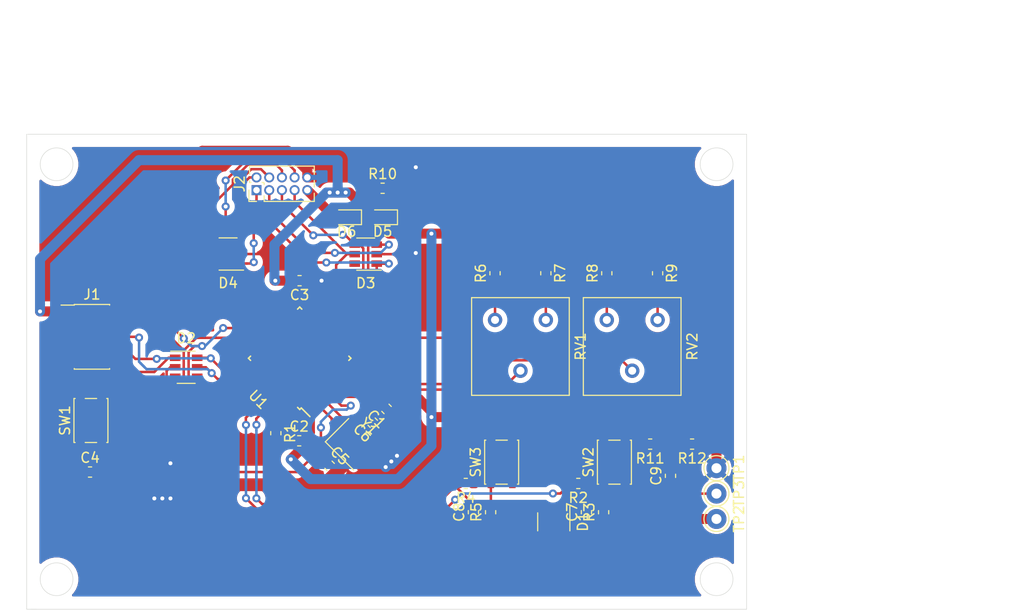
<source format=kicad_pcb>
(kicad_pcb (version 20171130) (host pcbnew "(5.1.4)-1")
  (layers (0 F.Cu signal) (31 B.Cu signal) (34 B.Paste user) (35 F.Paste user) (36 B.SilkS user) (37 F.SilkS user) (38 B.Mask user) (39 F.Mask user) (44 Edge.Cuts user))
  (net 0 "")
  (net 1 /VDD_MCU)
  (net 2 GND)
  (net 3 /NJTRST)
  (net 4 "Net-(C5-Pad1)")
  (net 5 "Net-(C6-Pad1)")
  (net 6 /USER_SW1)
  (net 7 /USER_SW2)
  (net 8 /ADC1_IN4)
  (net 9 "Net-(D1-Pad5)")
  (net 10 "Net-(D1-Pad6)")
  (net 11 "Net-(D1-Pad4)")
  (net 12 /USER_SW2_ESD)
  (net 13 /USER_SW1_ESD)
  (net 14 /SWDCLK_TCK)
  (net 15 /SWDIO_TMS)
  (net 16 /TDI)
  (net 17 /SWO_TDO)
  (net 18 /SPI1_MOSI)
  (net 19 "Net-(D3-Pad6)")
  (net 20 /SPI1_MISO)
  (net 21 /SPI1_SCK)
  (net 22 /SPI1_NSS)
  (net 23 /UART1_TX)
  (net 24 /UART1_RX)
  (net 25 "Net-(D4-Pad4)")
  (net 26 /CAN_RX)
  (net 27 /CAN_TX)
  (net 28 "Net-(D5-Pad1)")
  (net 29 "Net-(D6-Pad2)")
  (net 30 "Net-(J1-Pad7)")
  (net 31 "Net-(R1-Pad1)")
  (net 32 "Net-(R6-Pad1)")
  (net 33 "Net-(R7-Pad2)")
  (net 34 "Net-(R8-Pad1)")
  (net 35 "Net-(R9-Pad2)")
  (net 36 /ADC1_IN1)
  (net 37 /ADC1_IN2)
  (net 38 "Net-(U1-Pad8)")
  (net 39 "Net-(U1-Pad14)")
  (net 40 "Net-(U1-Pad15)")
  (net 41 "Net-(U1-Pad18)")
  (net 42 "Net-(U1-Pad27)")
  (net 43 "Net-(U1-Pad28)")
  (net 44 "Net-(C9-Pad1)")
  (module Package_QFP:LQFP-32_7x7mm_P0.8mm (layer F.Cu) (at 52.705 124.0028 135)
    (fp_text reference U1 (at 0 -5.85 135) (layer F.SilkS))
    (fp_text value STM32F303K8Tx)
    (pad 1 smd rect (at -4.25 -2.8 135) (size 1.2 0.6) (layers F.Cu F.Paste F.Mask) (net 1 /VDD_MCU))
    (pad 2 smd rect (at -4.25 -2 135) (size 1.2 0.6) (layers F.Cu F.Paste F.Mask) (net 4 "Net-(C5-Pad1)"))
    (pad 3 smd rect (at -4.25 -1.2 135) (size 1.2 0.6) (layers F.Cu F.Paste F.Mask) (net 5 "Net-(C6-Pad1)"))
    (pad 4 smd rect (at -4.25 -0.4 135) (size 1.2 0.6) (layers F.Cu F.Paste F.Mask) (net 3 /NJTRST))
    (pad 5 smd rect (at -4.25 0.4 135) (size 1.2 0.6) (layers F.Cu F.Paste F.Mask) (net 1 /VDD_MCU))
    (pad 6 smd rect (at -4.25 1.2 135) (size 1.2 0.6) (layers F.Cu F.Paste F.Mask) (net 36 /ADC1_IN1))
    (pad 7 smd rect (at -4.25 2 135) (size 1.2 0.6) (layers F.Cu F.Paste F.Mask) (net 37 /ADC1_IN2))
    (pad 8 smd rect (at -4.25 2.8 135) (size 1.2 0.6) (layers F.Cu F.Paste F.Mask) (net 38 "Net-(U1-Pad8)"))
    (pad 9 smd rect (at -2.8 4.25 225) (size 1.2 0.6) (layers F.Cu F.Paste F.Mask) (net 8 /ADC1_IN4))
    (pad 10 smd rect (at -2 4.25 225) (size 1.2 0.6) (layers F.Cu F.Paste F.Mask) (net 22 /SPI1_NSS))
    (pad 11 smd rect (at -1.2 4.25 225) (size 1.2 0.6) (layers F.Cu F.Paste F.Mask) (net 21 /SPI1_SCK))
    (pad 12 smd rect (at -0.4 4.25 225) (size 1.2 0.6) (layers F.Cu F.Paste F.Mask) (net 20 /SPI1_MISO))
    (pad 13 smd rect (at 0.4 4.25 225) (size 1.2 0.6) (layers F.Cu F.Paste F.Mask) (net 18 /SPI1_MOSI))
    (pad 14 smd rect (at 1.2 4.25 225) (size 1.2 0.6) (layers F.Cu F.Paste F.Mask) (net 39 "Net-(U1-Pad14)"))
    (pad 15 smd rect (at 2 4.25 225) (size 1.2 0.6) (layers F.Cu F.Paste F.Mask) (net 40 "Net-(U1-Pad15)"))
    (pad 16 smd rect (at 2.8 4.25 225) (size 1.2 0.6) (layers F.Cu F.Paste F.Mask) (net 2 GND))
    (pad 17 smd rect (at 4.25 2.8 135) (size 1.2 0.6) (layers F.Cu F.Paste F.Mask) (net 1 /VDD_MCU))
    (pad 18 smd rect (at 4.25 2 135) (size 1.2 0.6) (layers F.Cu F.Paste F.Mask) (net 41 "Net-(U1-Pad18)"))
    (pad 19 smd rect (at 4.25 1.2 135) (size 1.2 0.6) (layers F.Cu F.Paste F.Mask) (net 23 /UART1_TX))
    (pad 20 smd rect (at 4.25 0.4 135) (size 1.2 0.6) (layers F.Cu F.Paste F.Mask) (net 24 /UART1_RX))
    (pad 21 smd rect (at 4.25 -0.4 135) (size 1.2 0.6) (layers F.Cu F.Paste F.Mask) (net 26 /CAN_RX))
    (pad 22 smd rect (at 4.25 -1.2 135) (size 1.2 0.6) (layers F.Cu F.Paste F.Mask) (net 27 /CAN_TX))
    (pad 23 smd rect (at 4.25 -2 135) (size 1.2 0.6) (layers F.Cu F.Paste F.Mask) (net 15 /SWDIO_TMS))
    (pad 24 smd rect (at 4.25 -2.8 135) (size 1.2 0.6) (layers F.Cu F.Paste F.Mask) (net 14 /SWDCLK_TCK))
    (pad 25 smd rect (at 2.8 -4.25 225) (size 1.2 0.6) (layers F.Cu F.Paste F.Mask) (net 16 /TDI))
    (pad 26 smd rect (at 2 -4.25 225) (size 1.2 0.6) (layers F.Cu F.Paste F.Mask) (net 17 /SWO_TDO))
    (pad 27 smd rect (at 1.2 -4.25 225) (size 1.2 0.6) (layers F.Cu F.Paste F.Mask) (net 42 "Net-(U1-Pad27)"))
    (pad 28 smd rect (at 0.4 -4.25 225) (size 1.2 0.6) (layers F.Cu F.Paste F.Mask) (net 43 "Net-(U1-Pad28)"))
    (pad 29 smd rect (at -0.4 -4.25 225) (size 1.2 0.6) (layers F.Cu F.Paste F.Mask) (net 6 /USER_SW1))
    (pad 30 smd rect (at -1.2 -4.25 225) (size 1.2 0.6) (layers F.Cu F.Paste F.Mask) (net 7 /USER_SW2))
    (pad 31 smd rect (at -2 -4.25 225) (size 1.2 0.6) (layers F.Cu F.Paste F.Mask) (net 31 "Net-(R1-Pad1)"))
    (pad 32 smd rect (at -2.8 -4.25 225) (size 1.2 0.6) (layers F.Cu F.Paste F.Mask) (net 2 GND))
  )
  (module Capacitor_SMD:C_0603_1608Metric (layer F.Cu) (at 61.389847 129.068147 135)
    (fp_text reference C1 (at 0 -1.43 135) (layer F.SilkS))
    (fp_text value 0.1u)
    (pad 2 smd roundrect (at 0.7875 0 135) (size 0.875 0.95) (layers F.Cu F.Paste F.Mask) (net 1 /VDD_MCU))
    (pad 1 smd roundrect (at -0.7875 0 135) (size 0.875 0.95) (layers F.Cu F.Paste F.Mask) (net 2 GND))
  )
  (module Capacitor_SMD:C_0603_1608Metric (layer F.Cu) (at 52.6542 132.2578)
    (fp_text reference C2 (at 0 -1.43) (layer F.SilkS))
    (fp_text value 0.1u)
    (pad 1 smd roundrect (at -0.7875 0) (size 0.875 0.95) (layers F.Cu F.Paste F.Mask) (net 2 GND))
    (pad 2 smd roundrect (at 0.7875 0) (size 0.875 0.95) (layers F.Cu F.Paste F.Mask) (net 1 /VDD_MCU))
  )
  (module Capacitor_SMD:C_0603_1608Metric (layer F.Cu) (at 52.6923 116.2431 180)
    (fp_text reference C3 (at 0 -1.43) (layer F.SilkS))
    (fp_text value 0.1u)
    (pad 2 smd roundrect (at 0.7875 0 180) (size 0.875 0.95) (layers F.Cu F.Paste F.Mask) (net 1 /VDD_MCU))
    (pad 1 smd roundrect (at -0.7875 0 180) (size 0.875 0.95) (layers F.Cu F.Paste F.Mask) (net 2 GND))
  )
  (module Capacitor_SMD:C_0603_1608Metric (layer F.Cu) (at 31.7373 135.382)
    (fp_text reference C4 (at 0 -1.43) (layer F.SilkS))
    (fp_text value 0.1u)
    (pad 2 smd roundrect (at 0.7875 0) (size 0.875 0.95) (layers F.Cu F.Paste F.Mask) (net 3 /NJTRST))
    (pad 1 smd roundrect (at -0.7875 0) (size 0.875 0.95) (layers F.Cu F.Paste F.Mask) (net 2 GND))
  )
  (module Capacitor_SMD:C_0603_1608Metric (layer F.Cu) (at 55.69591 134.762991 315)
    (fp_text reference C5 (at 0 -1.43 135) (layer F.SilkS))
    (fp_text value 18p)
    (pad 2 smd roundrect (at 0.7875 0 315) (size 0.875 0.95) (layers F.Cu F.Paste F.Mask) (net 2 GND))
    (pad 1 smd roundrect (at -0.7875 0 315) (size 0.875 0.95) (layers F.Cu F.Paste F.Mask) (net 4 "Net-(C5-Pad1)"))
  )
  (module Capacitor_SMD:C_0603_1608Metric (layer F.Cu) (at 60.006432 130.452468 135)
    (fp_text reference C6 (at 0 -1.43 135) (layer F.SilkS))
    (fp_text value 18p)
    (pad 1 smd roundrect (at -0.7875 0 135) (size 0.875 0.95) (layers F.Cu F.Paste F.Mask) (net 5 "Net-(C6-Pad1)"))
    (pad 2 smd roundrect (at 0.7875 0 135) (size 0.875 0.95) (layers F.Cu F.Paste F.Mask) (net 2 GND))
  )
  (module Capacitor_SMD:C_0603_1608Metric (layer F.Cu) (at 81.3816 139.3952 90)
    (fp_text reference C7 (at 0 -1.43 90) (layer F.SilkS))
    (fp_text value 0.1u)
    (pad 1 smd roundrect (at -0.7875 0 90) (size 0.875 0.95) (layers F.Cu F.Paste F.Mask) (net 2 GND))
    (pad 2 smd roundrect (at 0.7875 0 90) (size 0.875 0.95) (layers F.Cu F.Paste F.Mask) (net 6 /USER_SW1))
  )
  (module Capacitor_SMD:C_0603_1608Metric (layer F.Cu) (at 70.0786 139.3952 90)
    (fp_text reference C8 (at 0 -1.43 90) (layer F.SilkS))
    (fp_text value 0.1u)
    (pad 1 smd roundrect (at -0.7875 0 90) (size 0.875 0.95) (layers F.Cu F.Paste F.Mask) (net 2 GND))
    (pad 2 smd roundrect (at 0.7875 0 90) (size 0.875 0.95) (layers F.Cu F.Paste F.Mask) (net 7 /USER_SW2))
  )
  (module Capacitor_SMD:C_0603_1608Metric (layer F.Cu) (at 89.789 135.763 90)
    (fp_text reference C9 (at 0 -1.43 90) (layer F.SilkS))
    (fp_text value 0.1u)
    (pad 1 smd roundrect (at -0.7875 0 90) (size 0.875 0.95) (layers F.Cu F.Paste F.Mask) (net 44 "Net-(C9-Pad1)"))
    (pad 2 smd roundrect (at 0.7875 0 90) (size 0.875 0.95) (layers F.Cu F.Paste F.Mask) (net 8 /ADC1_IN4))
  )
  (module Package_TO_SOT_SMD:SOT-23-6 (layer F.Cu) (at 78.1177 140.3604 270)
    (fp_text reference D1 (at 0 -2.9 90) (layer F.SilkS))
    (fp_text value ESDA6V1-5SC6)
    (pad 5 smd rect (at 1.1 0 270) (size 1.06 0.65) (layers F.Cu F.Paste F.Mask) (net 9 "Net-(D1-Pad5)"))
    (pad 6 smd rect (at 1.1 -0.95 270) (size 1.06 0.65) (layers F.Cu F.Paste F.Mask) (net 10 "Net-(D1-Pad6)"))
    (pad 4 smd rect (at 1.1 0.95 270) (size 1.06 0.65) (layers F.Cu F.Paste F.Mask) (net 11 "Net-(D1-Pad4)"))
    (pad 3 smd rect (at -1.1 0.95 270) (size 1.06 0.65) (layers F.Cu F.Paste F.Mask) (net 12 /USER_SW2_ESD))
    (pad 2 smd rect (at -1.1 0 270) (size 1.06 0.65) (layers F.Cu F.Paste F.Mask) (net 2 GND))
    (pad 1 smd rect (at -1.1 -0.95 270) (size 1.06 0.65) (layers F.Cu F.Paste F.Mask) (net 13 /USER_SW1_ESD))
  )
  (module Package_TO_SOT_SMD:SOT-23-6 (layer F.Cu) (at 41.3512 124.9045)
    (fp_text reference D2 (at 0 -2.9) (layer F.SilkS))
    (fp_text value ESDA6V1-5SC6)
    (pad 1 smd rect (at -1.1 -0.95) (size 1.06 0.65) (layers F.Cu F.Paste F.Mask) (net 3 /NJTRST))
    (pad 2 smd rect (at -1.1 0) (size 1.06 0.65) (layers F.Cu F.Paste F.Mask) (net 2 GND))
    (pad 3 smd rect (at -1.1 0.95) (size 1.06 0.65) (layers F.Cu F.Paste F.Mask) (net 14 /SWDCLK_TCK))
    (pad 4 smd rect (at 1.1 0.95) (size 1.06 0.65) (layers F.Cu F.Paste F.Mask) (net 15 /SWDIO_TMS))
    (pad 6 smd rect (at 1.1 -0.95) (size 1.06 0.65) (layers F.Cu F.Paste F.Mask) (net 16 /TDI))
    (pad 5 smd rect (at 1.1 0) (size 1.06 0.65) (layers F.Cu F.Paste F.Mask) (net 17 /SWO_TDO))
  )
  (module Package_TO_SOT_SMD:SOT-23-6 (layer F.Cu) (at 59.309 113.5888 180)
    (fp_text reference D3 (at 0 -2.9) (layer F.SilkS))
    (fp_text value ESDA6V1-5SC6)
    (pad 5 smd rect (at 1.1 0 180) (size 1.06 0.65) (layers F.Cu F.Paste F.Mask) (net 18 /SPI1_MOSI))
    (pad 6 smd rect (at 1.1 -0.95 180) (size 1.06 0.65) (layers F.Cu F.Paste F.Mask) (net 19 "Net-(D3-Pad6)"))
    (pad 4 smd rect (at 1.1 0.95 180) (size 1.06 0.65) (layers F.Cu F.Paste F.Mask) (net 20 /SPI1_MISO))
    (pad 3 smd rect (at -1.1 0.95 180) (size 1.06 0.65) (layers F.Cu F.Paste F.Mask) (net 21 /SPI1_SCK))
    (pad 2 smd rect (at -1.1 0 180) (size 1.06 0.65) (layers F.Cu F.Paste F.Mask) (net 2 GND))
    (pad 1 smd rect (at -1.1 -0.95 180) (size 1.06 0.65) (layers F.Cu F.Paste F.Mask) (net 22 /SPI1_NSS))
  )
  (module Package_TO_SOT_SMD:SOT-23-6 (layer F.Cu) (at 45.5422 113.5761 180)
    (fp_text reference D4 (at 0 -2.9) (layer F.SilkS))
    (fp_text value ESDA6V1-5SC6)
    (pad 1 smd rect (at -1.1 -0.95 180) (size 1.06 0.65) (layers F.Cu F.Paste F.Mask) (net 23 /UART1_TX))
    (pad 2 smd rect (at -1.1 0 180) (size 1.06 0.65) (layers F.Cu F.Paste F.Mask) (net 2 GND))
    (pad 3 smd rect (at -1.1 0.95 180) (size 1.06 0.65) (layers F.Cu F.Paste F.Mask) (net 24 /UART1_RX))
    (pad 4 smd rect (at 1.1 0.95 180) (size 1.06 0.65) (layers F.Cu F.Paste F.Mask) (net 25 "Net-(D4-Pad4)"))
    (pad 6 smd rect (at 1.1 -0.95 180) (size 1.06 0.65) (layers F.Cu F.Paste F.Mask) (net 26 /CAN_RX))
    (pad 5 smd rect (at 1.1 0 180) (size 1.06 0.65) (layers F.Cu F.Paste F.Mask) (net 27 /CAN_TX))
  )
  (module LED_SMD:LED_0603_1608Metric (layer F.Cu) (at 61 109.9 180)
    (fp_text reference D5 (at 0 -1.43) (layer F.SilkS))
    (fp_text value LED)
    (pad 1 smd roundrect (at -0.7875 0 180) (size 0.875 0.95) (layers F.Cu F.Paste F.Mask) (net 28 "Net-(D5-Pad1)"))
    (pad 2 smd roundrect (at 0.7875 0 180) (size 0.875 0.95) (layers F.Cu F.Paste F.Mask) (net 1 /VDD_MCU))
  )
  (module Diode_SMD:D_0603_1608Metric (layer F.Cu) (at 57.4 109.9 180)
    (fp_text reference D6 (at 0 -1.43) (layer F.SilkS))
    (fp_text value "SBD RB520S")
    (pad 1 smd roundrect (at -0.7875 0 180) (size 0.875 0.95) (layers F.Cu F.Paste F.Mask) (net 1 /VDD_MCU))
    (pad 2 smd roundrect (at 0.7875 0 180) (size 0.875 0.95) (layers F.Cu F.Paste F.Mask) (net 29 "Net-(D6-Pad2)"))
  )
  (module Connector_PinHeader_1.27mm:PinHeader_2x05_P1.27mm_Vertical_SMD (layer F.Cu) (at 31.9278 121.8565)
    (fp_text reference J1 (at 0 -4.235) (layer F.SilkS))
    (fp_text value Conn_ARM_JTAG_SWD_10)
    (pad 1 smd rect (at -1.95 -2.54) (size 2.4 0.74) (layers F.Cu F.Paste F.Mask) (net 1 /VDD_MCU))
    (pad 2 smd rect (at 1.95 -2.54) (size 2.4 0.74) (layers F.Cu F.Paste F.Mask) (net 15 /SWDIO_TMS))
    (pad 3 smd rect (at -1.95 -1.27) (size 2.4 0.74) (layers F.Cu F.Paste F.Mask) (net 2 GND))
    (pad 4 smd rect (at 1.95 -1.27) (size 2.4 0.74) (layers F.Cu F.Paste F.Mask) (net 14 /SWDCLK_TCK))
    (pad 5 smd rect (at -1.95 0) (size 2.4 0.74) (layers F.Cu F.Paste F.Mask) (net 2 GND))
    (pad 6 smd rect (at 1.95 0) (size 2.4 0.74) (layers F.Cu F.Paste F.Mask) (net 17 /SWO_TDO))
    (pad 7 smd rect (at -1.95 1.27) (size 2.4 0.74) (layers F.Cu F.Paste F.Mask) (net 30 "Net-(J1-Pad7)"))
    (pad 8 smd rect (at 1.95 1.27) (size 2.4 0.74) (layers F.Cu F.Paste F.Mask) (net 16 /TDI))
    (pad 9 smd rect (at -1.95 2.54) (size 2.4 0.74) (layers F.Cu F.Paste F.Mask) (net 2 GND))
    (pad 10 smd rect (at 1.95 2.54) (size 2.4 0.74) (layers F.Cu F.Paste F.Mask) (net 3 /NJTRST))
  )
  (module Resistor_SMD:R_0603_1608Metric (layer F.Cu) (at 50.3174 131.4958 270)
    (fp_text reference R1 (at 0 -1.43 90) (layer F.SilkS))
    (fp_text value 10k)
    (pad 2 smd roundrect (at 0.7875 0 270) (size 0.875 0.95) (layers F.Cu F.Paste F.Mask) (net 2 GND))
    (pad 1 smd roundrect (at -0.7875 0 270) (size 0.875 0.95) (layers F.Cu F.Paste F.Mask) (net 31 "Net-(R1-Pad1)"))
  )
  (module Resistor_SMD:R_0603_1608Metric (layer F.Cu) (at 80.5688 136.525 180)
    (fp_text reference R2 (at 0 -1.43) (layer F.SilkS))
    (fp_text value 330)
    (pad 2 smd roundrect (at 0.7875 0 180) (size 0.875 0.95) (layers F.Cu F.Paste F.Mask) (net 6 /USER_SW1))
    (pad 1 smd roundrect (at -0.7875 0 180) (size 0.875 0.95) (layers F.Cu F.Paste F.Mask) (net 13 /USER_SW1_ESD))
  )
  (module Resistor_SMD:R_0603_1608Metric (layer F.Cu) (at 83.1 139.4 90)
    (fp_text reference R3 (at 0 -1.43 90) (layer F.SilkS))
    (fp_text value 10k)
    (pad 1 smd roundrect (at -0.7875 0 90) (size 0.875 0.95) (layers F.Cu F.Paste F.Mask) (net 2 GND))
    (pad 2 smd roundrect (at 0.7875 0 90) (size 0.875 0.95) (layers F.Cu F.Paste F.Mask) (net 13 /USER_SW1_ESD))
  )
  (module Resistor_SMD:R_0603_1608Metric (layer F.Cu) (at 69.3166 136.525 180)
    (fp_text reference R4 (at 0 -1.43) (layer F.SilkS))
    (fp_text value 330)
    (pad 2 smd roundrect (at 0.7875 0 180) (size 0.875 0.95) (layers F.Cu F.Paste F.Mask) (net 7 /USER_SW2))
    (pad 1 smd roundrect (at -0.7875 0 180) (size 0.875 0.95) (layers F.Cu F.Paste F.Mask) (net 12 /USER_SW2_ESD))
  )
  (module Resistor_SMD:R_0603_1608Metric (layer F.Cu) (at 71.8 139.4 90)
    (fp_text reference R5 (at 0 -1.43 90) (layer F.SilkS))
    (fp_text value 10k)
    (pad 1 smd roundrect (at -0.7875 0 90) (size 0.875 0.95) (layers F.Cu F.Paste F.Mask) (net 2 GND))
    (pad 2 smd roundrect (at 0.7875 0 90) (size 0.875 0.95) (layers F.Cu F.Paste F.Mask) (net 12 /USER_SW2_ESD))
  )
  (module Resistor_SMD:R_0603_1608Metric (layer F.Cu) (at 72.242 115.5 90)
    (fp_text reference R6 (at 0 -1.43 90) (layer F.SilkS))
    (fp_text value 0)
    (pad 1 smd roundrect (at -0.7875 0 90) (size 0.875 0.95) (layers F.Cu F.Paste F.Mask) (net 32 "Net-(R6-Pad1)"))
    (pad 2 smd roundrect (at 0.7875 0 90) (size 0.875 0.95) (layers F.Cu F.Paste F.Mask) (net 1 /VDD_MCU))
  )
  (module Resistor_SMD:R_0603_1608Metric (layer F.Cu) (at 77.322 115.5 270)
    (fp_text reference R7 (at 0 -1.43 90) (layer F.SilkS))
    (fp_text value 0)
    (pad 2 smd roundrect (at 0.7875 0 270) (size 0.875 0.95) (layers F.Cu F.Paste F.Mask) (net 33 "Net-(R7-Pad2)"))
    (pad 1 smd roundrect (at -0.7875 0 270) (size 0.875 0.95) (layers F.Cu F.Paste F.Mask) (net 2 GND))
  )
  (module Resistor_SMD:R_0603_1608Metric (layer F.Cu) (at 83.418 115.5 90)
    (fp_text reference R8 (at 0 -1.43 90) (layer F.SilkS))
    (fp_text value 0)
    (pad 1 smd roundrect (at -0.7875 0 90) (size 0.875 0.95) (layers F.Cu F.Paste F.Mask) (net 34 "Net-(R8-Pad1)"))
    (pad 2 smd roundrect (at 0.7875 0 90) (size 0.875 0.95) (layers F.Cu F.Paste F.Mask) (net 1 /VDD_MCU))
  )
  (module Resistor_SMD:R_0603_1608Metric (layer F.Cu) (at 88.5 115.5 270)
    (fp_text reference R9 (at 0 -1.43 90) (layer F.SilkS))
    (fp_text value 0)
    (pad 2 smd roundrect (at 0.7875 0 270) (size 0.875 0.95) (layers F.Cu F.Paste F.Mask) (net 35 "Net-(R9-Pad2)"))
    (pad 1 smd roundrect (at -0.7875 0 270) (size 0.875 0.95) (layers F.Cu F.Paste F.Mask) (net 2 GND))
  )
  (module Resistor_SMD:R_0603_1608Metric (layer F.Cu) (at 61 107)
    (fp_text reference R10 (at 0 -1.43) (layer F.SilkS))
    (fp_text value 10k)
    (pad 1 smd roundrect (at -0.7875 0) (size 0.875 0.95) (layers F.Cu F.Paste F.Mask) (net 2 GND))
    (pad 2 smd roundrect (at 0.7875 0) (size 0.875 0.95) (layers F.Cu F.Paste F.Mask) (net 28 "Net-(D5-Pad1)"))
  )
  (module Potentiometer_THT:Potentiometer_Bourns_3386F_Vertical (layer F.Cu) (at 72.242 120.17 270)
    (fp_text reference RV1 (at 2.655 -8.555 90) (layer F.SilkS))
    (fp_text value R_POT)
    (pad 1 thru_hole circle (at 0 0 270) (size 1.44 1.44) (drill 0.8) (layers *.Cu *.Mask) (net 32 "Net-(R6-Pad1)"))
    (pad 2 thru_hole circle (at 5.08 -2.54 270) (size 1.44 1.44) (drill 0.8) (layers *.Cu *.Mask) (net 36 /ADC1_IN1))
    (pad 3 thru_hole circle (at 0 -5.08 270) (size 1.44 1.44) (drill 0.8) (layers *.Cu *.Mask) (net 33 "Net-(R7-Pad2)"))
  )
  (module Potentiometer_THT:Potentiometer_Bourns_3386F_Vertical (layer F.Cu) (at 83.418 120.17 270)
    (fp_text reference RV2 (at 2.655 -8.555 90) (layer F.SilkS))
    (fp_text value R_POT)
    (pad 3 thru_hole circle (at 0 -5.08 270) (size 1.44 1.44) (drill 0.8) (layers *.Cu *.Mask) (net 35 "Net-(R9-Pad2)"))
    (pad 2 thru_hole circle (at 5.08 -2.54 270) (size 1.44 1.44) (drill 0.8) (layers *.Cu *.Mask) (net 37 /ADC1_IN2))
    (pad 1 thru_hole circle (at 0 0 270) (size 1.44 1.44) (drill 0.8) (layers *.Cu *.Mask) (net 34 "Net-(R8-Pad1)"))
  )
  (module Button_Switch_SMD:SW_SPST_PTS810 (layer F.Cu) (at 31.8262 130.2258 90)
    (fp_text reference SW1 (at 0 -2.6 90) (layer F.SilkS))
    (fp_text value SW_Push)
    (pad 1 smd rect (at -2.075 -1.075 90) (size 1.05 0.65) (layers F.Cu F.Paste F.Mask) (net 2 GND))
    (pad 1 smd rect (at 2.075 -1.075 90) (size 1.05 0.65) (layers F.Cu F.Paste F.Mask) (net 2 GND))
    (pad 2 smd rect (at -2.075 1.075 90) (size 1.05 0.65) (layers F.Cu F.Paste F.Mask) (net 3 /NJTRST))
    (pad 2 smd rect (at 2.075 1.075 90) (size 1.05 0.65) (layers F.Cu F.Paste F.Mask) (net 3 /NJTRST))
  )
  (module Button_Switch_SMD:SW_SPST_PTS810 (layer F.Cu) (at 84.18 134.394 90)
    (fp_text reference SW2 (at 0 -2.6 90) (layer F.SilkS))
    (fp_text value SW_Push)
    (pad 1 smd rect (at -2.075 -1.075 90) (size 1.05 0.65) (layers F.Cu F.Paste F.Mask) (net 13 /USER_SW1_ESD))
    (pad 1 smd rect (at 2.075 -1.075 90) (size 1.05 0.65) (layers F.Cu F.Paste F.Mask) (net 13 /USER_SW1_ESD))
    (pad 2 smd rect (at -2.075 1.075 90) (size 1.05 0.65) (layers F.Cu F.Paste F.Mask) (net 1 /VDD_MCU))
    (pad 2 smd rect (at 2.075 1.075 90) (size 1.05 0.65) (layers F.Cu F.Paste F.Mask) (net 1 /VDD_MCU))
  )
  (module Button_Switch_SMD:SW_SPST_PTS810 (layer F.Cu) (at 72.9 134.394 90)
    (fp_text reference SW3 (at 0 -2.6 90) (layer F.SilkS))
    (fp_text value SW_Push)
    (pad 2 smd rect (at 2.075 1.075 90) (size 1.05 0.65) (layers F.Cu F.Paste F.Mask) (net 1 /VDD_MCU))
    (pad 2 smd rect (at -2.075 1.075 90) (size 1.05 0.65) (layers F.Cu F.Paste F.Mask) (net 1 /VDD_MCU))
    (pad 1 smd rect (at 2.075 -1.075 90) (size 1.05 0.65) (layers F.Cu F.Paste F.Mask) (net 12 /USER_SW2_ESD))
    (pad 1 smd rect (at -2.075 -1.075 90) (size 1.05 0.65) (layers F.Cu F.Paste F.Mask) (net 12 /USER_SW2_ESD))
  )
  (module Connector_Pin:Pin_D1.0mm_L10.0mm (layer F.Cu) (at 94.3864 134.9954 90)
    (fp_text reference TP1 (at 0 2.25 90) (layer F.SilkS))
    (fp_text value TestPoint)
    (pad 1 thru_hole circle (at 0 0 90) (size 2 2) (drill 1) (layers *.Cu *.Mask) (net 2 GND))
  )
  (module Connector_Pin:Pin_D1.0mm_L10.0mm (layer F.Cu) (at 94.3864 140.0754 90)
    (fp_text reference TP2 (at 0 2.25 90) (layer F.SilkS))
    (fp_text value TestPoint)
    (pad 1 thru_hole circle (at 0 0 90) (size 2 2) (drill 1) (layers *.Cu *.Mask) (net 1 /VDD_MCU))
  )
  (module Connector_Pin:Pin_D1.0mm_L10.0mm (layer F.Cu) (at 94.3864 137.541 90)
    (fp_text reference TP3 (at 0 2.25 90) (layer F.SilkS))
    (fp_text value TestPoint)
    (pad 1 thru_hole circle (at 0 0 90) (size 2 2) (drill 1) (layers *.Cu *.Mask) (net 44 "Net-(C9-Pad1)"))
  )
  (module Crystal:Crystal_SMD_3225-4Pin_3.2x2.5mm (layer F.Cu) (at 57.851171 132.607729 315)
    (fp_text reference Y1 (at 0 -2.45 135) (layer F.SilkS))
    (fp_text value "8M RH100-8.000-20-3050-EXT-TR")
    (pad 1 smd rect (at -1.1 0.85 315) (size 1.4 1.2) (layers F.Cu F.Paste F.Mask) (net 4 "Net-(C5-Pad1)"))
    (pad 2 smd rect (at 1.1 0.85 315) (size 1.4 1.2) (layers F.Cu F.Paste F.Mask) (net 2 GND))
    (pad 3 smd rect (at 1.1 -0.85 315) (size 1.4 1.2) (layers F.Cu F.Paste F.Mask) (net 5 "Net-(C6-Pad1)"))
    (pad 4 smd rect (at -1.1 -0.85 315) (size 1.4 1.2) (layers F.Cu F.Paste F.Mask) (net 2 GND))
  )
  (module Connector_PinHeader_1.27mm:PinHeader_2x05_P1.27mm_Vertical (layer F.Cu) (at 48.387 107.188 90)
    (fp_text reference J2 (at 0.635 -1.695 90) (layer F.SilkS))
    (fp_text value Conn_02x05_Odd_Even)
    (pad 1 thru_hole rect (at 0 0 90) (size 1 1) (drill 0.65) (layers *.Cu *.Mask) (net 22 /SPI1_NSS))
    (pad 2 thru_hole oval (at 1.27 0 90) (size 1 1) (drill 0.65) (layers *.Cu *.Mask) (net 23 /UART1_TX))
    (pad 3 thru_hole oval (at 0 1.27 90) (size 1 1) (drill 0.65) (layers *.Cu *.Mask) (net 21 /SPI1_SCK))
    (pad 4 thru_hole oval (at 1.27 1.27 90) (size 1 1) (drill 0.65) (layers *.Cu *.Mask) (net 24 /UART1_RX))
    (pad 5 thru_hole oval (at 0 2.54 90) (size 1 1) (drill 0.65) (layers *.Cu *.Mask) (net 20 /SPI1_MISO))
    (pad 6 thru_hole oval (at 1.27 2.54 90) (size 1 1) (drill 0.65) (layers *.Cu *.Mask) (net 27 /CAN_TX))
    (pad 7 thru_hole oval (at 0 3.81 90) (size 1 1) (drill 0.65) (layers *.Cu *.Mask) (net 18 /SPI1_MOSI))
    (pad 8 thru_hole oval (at 1.27 3.81 90) (size 1 1) (drill 0.65) (layers *.Cu *.Mask) (net 26 /CAN_RX))
    (pad 9 thru_hole oval (at 0 5.08 90) (size 1 1) (drill 0.65) (layers *.Cu *.Mask) (net 29 "Net-(D6-Pad2)"))
    (pad 10 thru_hole oval (at 1.27 5.08 90) (size 1 1) (drill 0.65) (layers *.Cu *.Mask) (net 2 GND))
  )
  (module Resistor_SMD:R_0603_1608Metric (layer F.Cu) (at 87.757 132.588 180)
    (fp_text reference R11 (at 0 -1.43) (layer F.SilkS))
    (fp_text value 10k)
    (pad 2 smd roundrect (at 0.7875 0 180) (size 0.875 0.95) (layers F.Cu F.Paste F.Mask) (net 1 /VDD_MCU))
    (pad 1 smd roundrect (at -0.7875 0 180) (size 0.875 0.95) (layers F.Cu F.Paste F.Mask) (net 8 /ADC1_IN4))
  )
  (module Resistor_SMD:R_0603_1608Metric (layer F.Cu) (at 91.948 132.588 180)
    (fp_text reference R12 (at 0 -1.43) (layer F.SilkS))
    (fp_text value 10k)
    (pad 1 smd roundrect (at -0.7875 0 180) (size 0.875 0.95) (layers F.Cu F.Paste F.Mask) (net 2 GND))
    (pad 2 smd roundrect (at 0.7875 0 180) (size 0.875 0.95) (layers F.Cu F.Paste F.Mask) (net 8 /ADC1_IN4))
  )
  (gr_circle (center 28.391 104.602) (end 27.091 103.602) (layer Edge.Cuts) (width 0.05))
  (gr_circle (center 28.391 146.102) (end 27.091 145.102) (layer Edge.Cuts) (width 0.05))
  (gr_circle (center 94.4 146.1) (end 93.1 145.1) (layer Edge.Cuts) (width 0.05))
  (gr_circle (center 94.4 104.6) (end 93.1 103.6) (layer Edge.Cuts) (width 0.05))
  (gr_line (start 25.4 149.1) (end 26.4 149.1) (layer Edge.Cuts) (width 0.05))
  (gr_line (start 25.4 101.6) (end 25.4 149.1) (layer Edge.Cuts) (width 0.05))
  (gr_line (start 97.4 149.1) (end 25.8 149.1) (layer Edge.Cuts) (width 0.05))
  (gr_line (start 97.4 101.6) (end 25.4 101.6) (layer Edge.Cuts) (width 0.05))
  (gr_line (start 97.4 149.1) (end 97.4 101.6) (layer Edge.Cuts) (width 0.05))
  (segment (start 60.2125 109.9) (end 61.637397 111.324897) (width 0.25) (layer F.Cu) (net 1))
  (segment (start 67.289316 111.324897) (end 64.220597 111.324897) (width 0.25) (layer F.Cu) (net 1))
  (segment (start 61.637397 111.324897) (end 64.220597 111.324897) (width 0.25) (layer F.Cu) (net 1))
  (segment (start 68.854397 111.324897) (end 72.242 114.7125) (width 0.25) (layer F.Cu) (net 1))
  (segment (start 67.289316 111.324897) (end 68.854397 111.324897) (width 0.25) (layer F.Cu) (net 1))
  (segment (start 82.956388 115.174112) (end 83.418 114.7125) (width 0.25) (layer F.Cu) (net 1))
  (segment (start 82.60551 115.52499) (end 82.956388 115.174112) (width 0.25) (layer F.Cu) (net 1))
  (segment (start 73.05449 115.52499) (end 82.60551 115.52499) (width 0.25) (layer F.Cu) (net 1))
  (segment (start 72.242 114.7125) (end 73.05449 115.52499) (width 0.25) (layer F.Cu) (net 1))
  (segment (start 73.975 133.094) (end 73.975 133.7462) (width 0.25) (layer F.Cu) (net 1))
  (segment (start 73.975 132.319) (end 73.975 133.094) (width 0.25) (layer F.Cu) (net 1))
  (segment (start 73.975 133.7462) (end 73.975 134.5336) (width 0.25) (layer F.Cu) (net 1))
  (segment (start 73.975 134.5336) (end 73.975 136.469) (width 0.25) (layer F.Cu) (net 1))
  (segment (start 74.5566 130.9624) (end 74.9554 130.9624) (width 0.25) (layer F.Cu) (net 1))
  (segment (start 73.975 131.544) (end 74.5566 130.9624) (width 0.25) (layer F.Cu) (net 1))
  (segment (start 73.975 132.319) (end 73.975 131.544) (width 0.25) (layer F.Cu) (net 1))
  (segment (start 75.9066 130.9624) (end 74.9554 130.9624) (width 0.25) (layer F.Cu) (net 1))
  (segment (start 74.9554 130.9624) (end 74.7268 130.9624) (width 0.25) (layer F.Cu) (net 1))
  (segment (start 53.4417 129.276508) (end 53.4417 132.2578) (width 0.25) (layer F.Cu) (net 1))
  (segment (start 53.730305 128.987903) (end 53.4417 129.276508) (width 0.25) (layer F.Cu) (net 1))
  (segment (start 51.679695 116.468205) (end 51.9048 116.2431) (width 0.25) (layer F.Cu) (net 1))
  (segment (start 51.679695 119.017697) (end 51.679695 116.468205) (width 0.25) (layer F.Cu) (net 1))
  (segment (start 60.181857 127.860157) (end 60.833 128.5113) (width 0.25) (layer F.Cu) (net 1))
  (segment (start 55.993047 126.725161) (end 57.128043 127.860157) (width 0.25) (layer F.Cu) (net 1))
  (segment (start 57.128043 127.860157) (end 60.181857 127.860157) (width 0.25) (layer F.Cu) (net 1))
  (segment (start 59.3286 109.9) (end 59.3286 109.0872) (width 1) (layer F.Cu) (net 1))
  (segment (start 59.3286 109.9) (end 60.2125 109.9) (width 1) (layer F.Cu) (net 1))
  (segment (start 58.1875 109.9) (end 59.3286 109.9) (width 1) (layer F.Cu) (net 1))
  (segment (start 59.3286 109.0872) (end 57.6707 107.4293) (width 1) (layer F.Cu) (net 1))
  (segment (start 57.6707 107.4293) (end 57.3024 107.4293) (width 1) (layer F.Cu) (net 1))
  (segment (start 55.7022 107.4293) (end 55.7022 107.4293) (width 1) (layer F.Cu) (net 1))
  (via (at 55.7022 107.4293) (size 0.8) (drill 0.4) (layers F.Cu B.Cu) (net 1))
  (segment (start 56.5023 107.4293) (end 55.7022 107.4293) (width 1) (layer F.Cu) (net 1))
  (via (at 56.5023 107.4293) (size 0.8) (drill 0.4) (layers F.Cu B.Cu) (net 1))
  (segment (start 57.3024 107.4293) (end 56.5023 107.4293) (width 1) (layer F.Cu) (net 1))
  (via (at 57.3024 107.4293) (size 0.8) (drill 0.4) (layers F.Cu B.Cu) (net 1))
  (segment (start 57.3024 107.4293) (end 55.7022 107.4293) (width 1) (layer B.Cu) (net 1))
  (segment (start 56.5023 107.4293) (end 56.5023 106.863615) (width 1) (layer B.Cu) (net 1))
  (segment (start 56.5023 106.863615) (end 56.5023 104.1908) (width 1) (layer B.Cu) (net 1))
  (segment (start 57.3024 107.4293) (end 55.3847 107.4293) (width 1) (layer B.Cu) (net 1))
  (segment (start 55.3847 107.4293) (end 50.1777 112.6363) (width 1) (layer B.Cu) (net 1))
  (segment (start 50.1777 112.6363) (end 50.1777 116.1542) (width 1) (layer B.Cu) (net 1))
  (segment (start 51.9048 116.2431) (end 50.2666 116.2431) (width 1) (layer F.Cu) (net 1))
  (segment (start 50.2666 116.2431) (end 50.1904 116.2431) (width 1) (layer F.Cu) (net 1))
  (via (at 50.2666 116.2431) (size 0.8) (drill 0.4) (layers F.Cu B.Cu) (net 1))
  (segment (start 50.1777 116.1542) (end 50.2666 116.2431) (width 1) (layer B.Cu) (net 1))
  (segment (start 56.5023 104.1908) (end 36.6268 104.1908) (width 1) (layer B.Cu) (net 1))
  (segment (start 71.780388 114.250888) (end 72.242 114.7125) (width 1) (layer F.Cu) (net 1))
  (segment (start 69.068299 111.538799) (end 71.780388 114.250888) (width 1) (layer F.Cu) (net 1))
  (segment (start 60.013174 109.9) (end 61.651973 111.538799) (width 1) (layer F.Cu) (net 1))
  (segment (start 59.3286 109.9) (end 60.013174 109.9) (width 1) (layer F.Cu) (net 1))
  (segment (start 67.416901 111.538799) (end 67.164999 111.538799) (width 1) (layer F.Cu) (net 1))
  (segment (start 61.651973 111.538799) (end 65.880201 111.538799) (width 1) (layer F.Cu) (net 1))
  (segment (start 67.164999 111.538799) (end 69.068299 111.538799) (width 1) (layer F.Cu) (net 1))
  (segment (start 53.725899 129.266356) (end 53.588876 129.129333) (width 1) (layer F.Cu) (net 1))
  (segment (start 53.725899 131.398601) (end 53.725899 129.266356) (width 1) (layer F.Cu) (net 1))
  (segment (start 53.4417 132.2578) (end 53.4417 131.6828) (width 1) (layer F.Cu) (net 1))
  (segment (start 53.4417 131.6828) (end 53.725899 131.398601) (width 1) (layer F.Cu) (net 1))
  (segment (start 65.880201 111.538799) (end 67.164999 111.538799) (width 1) (layer F.Cu) (net 1))
  (via (at 65.880201 111.538799) (size 0.8) (drill 0.4) (layers F.Cu B.Cu) (net 1))
  (segment (start 65.880201 111.538799) (end 65.880201 129.888201) (width 1) (layer B.Cu) (net 1))
  (segment (start 65.880201 129.888201) (end 65.880201 129.888201) (width 1) (layer B.Cu) (net 1))
  (via (at 65.880201 129.888201) (size 0.8) (drill 0.4) (layers F.Cu B.Cu) (net 1))
  (segment (start 71.544201 129.888201) (end 73.975 132.319) (width 1) (layer F.Cu) (net 1))
  (segment (start 65.880201 129.888201) (end 71.544201 129.888201) (width 1) (layer F.Cu) (net 1))
  (segment (start 73.975 132.319) (end 73.975 131.765) (width 1) (layer F.Cu) (net 1))
  (segment (start 74.7776 130.9624) (end 84.2264 130.9624) (width 1) (layer F.Cu) (net 1))
  (segment (start 73.975 131.765) (end 74.7776 130.9624) (width 1) (layer F.Cu) (net 1))
  (segment (start 84.2264 130.9624) (end 75.9066 130.9624) (width 0.25) (layer F.Cu) (net 1))
  (segment (start 85.255 131.991) (end 84.2264 130.9624) (width 1) (layer F.Cu) (net 1))
  (segment (start 85.255 132.319) (end 85.255 131.991) (width 1) (layer F.Cu) (net 1))
  (segment (start 73.975 136.469) (end 73.975 131.765) (width 1) (layer F.Cu) (net 1))
  (segment (start 61.239586 128.104714) (end 60.833 128.5113) (width 1) (layer F.Cu) (net 1))
  (segment (start 64.662399 128.104714) (end 61.239586 128.104714) (width 1) (layer F.Cu) (net 1))
  (segment (start 65.880201 129.322516) (end 64.662399 128.104714) (width 1) (layer F.Cu) (net 1))
  (segment (start 65.880201 129.888201) (end 65.880201 129.322516) (width 1) (layer F.Cu) (net 1))
  (segment (start 65.880201 129.888201) (end 65.880201 132.747799) (width 1) (layer B.Cu) (net 1))
  (segment (start 62.541291 136.086709) (end 53.790709 136.086709) (width 1) (layer B.Cu) (net 1))
  (segment (start 65.880201 132.747799) (end 62.541291 136.086709) (width 1) (layer B.Cu) (net 1))
  (segment (start 53.790709 136.086709) (end 51.816 134.112) (width 1) (layer B.Cu) (net 1))
  (segment (start 51.816 134.112) (end 51.816 134.112) (width 1) (layer B.Cu) (net 1))
  (via (at 51.816 134.112) (size 0.8) (drill 0.4) (layers F.Cu B.Cu) (net 1))
  (segment (start 53.4417 132.4863) (end 53.4417 132.2578) (width 1) (layer F.Cu) (net 1))
  (segment (start 51.816 134.112) (end 53.4417 132.4863) (width 1) (layer F.Cu) (net 1))
  (segment (start 85.255 136.669) (end 85.255 136.469) (width 1) (layer F.Cu) (net 1))
  (segment (start 88.6614 140.0754) (end 85.255 136.669) (width 1) (layer F.Cu) (net 1))
  (segment (start 94.3864 140.0754) (end 88.6614 140.0754) (width 1) (layer F.Cu) (net 1))
  (segment (start 29.9778 119.3165) (end 26.7335 119.3165) (width 1) (layer F.Cu) (net 1))
  (segment (start 26.7335 119.3165) (end 26.7335 119.3165) (width 1) (layer F.Cu) (net 1))
  (via (at 26.7335 119.3165) (size 0.8) (drill 0.4) (layers F.Cu B.Cu) (net 1))
  (segment (start 26.7335 114.0841) (end 26.87955 113.93805) (width 1) (layer B.Cu) (net 1))
  (segment (start 26.7335 119.3165) (end 26.7335 114.0841) (width 1) (layer B.Cu) (net 1))
  (segment (start 36.6268 104.1908) (end 26.87955 113.93805) (width 1) (layer B.Cu) (net 1))
  (segment (start 51.679695 118.734838) (end 51.821124 118.876267) (width 1) (layer F.Cu) (net 1))
  (segment (start 51.679695 117.043205) (end 51.679695 118.734838) (width 1) (layer F.Cu) (net 1))
  (segment (start 51.9048 116.2431) (end 51.9048 116.8181) (width 1) (layer F.Cu) (net 1))
  (segment (start 51.9048 116.8181) (end 51.679695 117.043205) (width 1) (layer F.Cu) (net 1))
  (segment (start 85.547 132.588) (end 85.255 132.88) (width 0.25) (layer F.Cu) (net 1))
  (segment (start 86.9695 132.588) (end 85.547 132.588) (width 0.25) (layer F.Cu) (net 1))
  (segment (start 85.255 132.319) (end 85.255 132.88) (width 1) (layer F.Cu) (net 1))
  (segment (start 85.255 132.88) (end 85.255 136.469) (width 1) (layer F.Cu) (net 1))
  (segment (start 59.675 107) (end 58.875 106.2) (width 0.25) (layer F.Cu) (net 2))
  (segment (start 60.2125 107) (end 59.675 107) (width 0.25) (layer F.Cu) (net 2))
  (segment (start 57.957237 133.915877) (end 58.027948 133.986588) (width 0.25) (layer F.Cu) (net 2))
  (segment (start 57.957237 131.511714) (end 57.957237 133.915877) (width 0.25) (layer F.Cu) (net 2))
  (segment (start 57.674394 131.228871) (end 57.957237 131.511714) (width 0.25) (layer F.Cu) (net 2))
  (segment (start 56.694698 135.319837) (end 56.252756 135.319837) (width 0.25) (layer F.Cu) (net 2))
  (segment (start 58.027948 133.986588) (end 56.694698 135.319837) (width 0.25) (layer F.Cu) (net 2))
  (segment (start 77.783612 114.250888) (end 77.322 114.7125) (width 0.25) (layer F.Cu) (net 2))
  (segment (start 78.08451 113.94999) (end 77.783612 114.250888) (width 0.25) (layer F.Cu) (net 2))
  (segment (start 87.73749 113.94999) (end 78.08451 113.94999) (width 0.25) (layer F.Cu) (net 2))
  (segment (start 88.5 114.7125) (end 87.73749 113.94999) (width 0.25) (layer F.Cu) (net 2))
  (segment (start 71.8 140.1875) (end 72.375 140.1875) (width 0.25) (layer F.Cu) (net 2))
  (segment (start 59.670203 129.675004) (end 59.449586 129.895621) (width 0.25) (layer F.Cu) (net 2))
  (segment (start 30.9498 132.4994) (end 30.7512 132.3008) (width 0.25) (layer F.Cu) (net 2))
  (segment (start 30.9498 135.382) (end 30.9498 132.4994) (width 0.25) (layer F.Cu) (net 2))
  (segment (start 30.7512 128.9258) (end 30.7512 132.3008) (width 0.25) (layer F.Cu) (net 2))
  (segment (start 30.7512 128.1508) (end 30.7512 128.9258) (width 0.25) (layer F.Cu) (net 2))
  (segment (start 58.098658 134.057298) (end 58.027948 133.986588) (width 0.25) (layer F.Cu) (net 2))
  (segment (start 59.406807 134.057298) (end 58.098658 134.057298) (width 0.25) (layer F.Cu) (net 2))
  (segment (start 61.442916 132.02119) (end 59.406807 134.057298) (width 0.25) (layer F.Cu) (net 2))
  (segment (start 61.442916 130.757566) (end 61.442916 132.02119) (width 0.25) (layer F.Cu) (net 2))
  (segment (start 59.449586 129.895621) (end 60.580971 129.895621) (width 0.25) (layer F.Cu) (net 2))
  (segment (start 33.0139 138.0211) (end 38.166 138.0211) (width 0.25) (layer F.Cu) (net 2))
  (segment (start 38.166 138.0211) (end 38.9661 138.0211) (width 0.25) (layer F.Cu) (net 2))
  (via (at 38.166 138.0211) (size 0.8) (drill 0.4) (layers F.Cu B.Cu) (net 2))
  (segment (start 38.9661 138.0211) (end 39.7789 138.0211) (width 0.25) (layer F.Cu) (net 2))
  (via (at 38.9661 138.0211) (size 0.8) (drill 0.4) (layers F.Cu B.Cu) (net 2))
  (via (at 39.7789 138.0211) (size 0.8) (drill 0.4) (layers F.Cu B.Cu) (net 2))
  (segment (start 39.7764 134.5057) (end 39.7764 134.5057) (width 0.25) (layer B.Cu) (net 2))
  (via (at 39.7764 134.5057) (size 0.8) (drill 0.4) (layers F.Cu B.Cu) (net 2))
  (segment (start 39.7764 133.940015) (end 39.7764 134.5057) (width 0.25) (layer F.Cu) (net 2))
  (segment (start 39.396199 133.559814) (end 39.7764 133.940015) (width 0.25) (layer F.Cu) (net 2))
  (segment (start 39.761198 124.9045) (end 39.396199 125.269499) (width 0.25) (layer F.Cu) (net 2))
  (segment (start 40.2512 124.9045) (end 39.761198 124.9045) (width 0.25) (layer F.Cu) (net 2))
  (segment (start 78.1861 140.1088) (end 78.1861 140.1875) (width 0.25) (layer F.Cu) (net 2))
  (segment (start 78.1177 140.0404) (end 78.1861 140.1088) (width 0.25) (layer F.Cu) (net 2))
  (segment (start 77.9706 140.1875) (end 77.7191 140.1875) (width 0.25) (layer F.Cu) (net 2))
  (segment (start 78.1177 140.0404) (end 77.9706 140.1875) (width 0.25) (layer F.Cu) (net 2))
  (segment (start 72.375 140.1875) (end 77.7191 140.1875) (width 0.25) (layer F.Cu) (net 2))
  (segment (start 77.7191 140.1875) (end 78.1861 140.1875) (width 0.25) (layer F.Cu) (net 2))
  (segment (start 78.2648 140.1875) (end 78.6941 140.1875) (width 0.25) (layer F.Cu) (net 2))
  (segment (start 78.1177 140.0404) (end 78.2648 140.1875) (width 0.25) (layer F.Cu) (net 2))
  (segment (start 78.1177 139.2604) (end 78.1177 140.0404) (width 0.25) (layer F.Cu) (net 2))
  (segment (start 78.1861 140.1875) (end 78.6941 140.1875) (width 0.25) (layer F.Cu) (net 2))
  (segment (start 78.6941 140.1875) (end 83.1 140.1875) (width 0.25) (layer F.Cu) (net 2))
  (segment (start 70.0834 140.1875) (end 70.0786 140.1827) (width 0.25) (layer F.Cu) (net 2))
  (segment (start 71.8 140.1875) (end 70.0834 140.1875) (width 0.25) (layer F.Cu) (net 2))
  (segment (start 51.679695 129.149695) (end 51.679695 128.987903) (width 0.25) (layer F.Cu) (net 2))
  (segment (start 51.8668 129.3368) (end 51.679695 129.149695) (width 0.25) (layer F.Cu) (net 2))
  (segment (start 51.8668 131.6827) (end 51.8668 129.3368) (width 0.25) (layer F.Cu) (net 2))
  (segment (start 51.8667 132.2578) (end 51.8667 131.6828) (width 0.25) (layer F.Cu) (net 2))
  (segment (start 51.8667 131.6828) (end 51.8668 131.6827) (width 0.25) (layer F.Cu) (net 2))
  (segment (start 53.730305 116.493605) (end 53.4798 116.2431) (width 0.25) (layer F.Cu) (net 2))
  (segment (start 53.730305 119.017697) (end 53.730305 116.493605) (width 0.25) (layer F.Cu) (net 2))
  (segment (start 51.8412 132.2833) (end 51.8667 132.2578) (width 0.25) (layer F.Cu) (net 2))
  (segment (start 50.3174 132.2833) (end 51.8412 132.2833) (width 0.25) (layer F.Cu) (net 2))
  (segment (start 60.580971 129.895621) (end 61.442916 130.757566) (width 0.25) (layer F.Cu) (net 2))
  (segment (start 61.442916 130.128772) (end 61.442916 130.757566) (width 0.25) (layer F.Cu) (net 2))
  (segment (start 61.946694 129.624994) (end 61.442916 130.128772) (width 0.25) (layer F.Cu) (net 2))
  (segment (start 43.8786 132.2833) (end 43.8785 132.2832) (width 0.25) (layer F.Cu) (net 2))
  (segment (start 50.3174 132.2833) (end 43.8786 132.2833) (width 0.25) (layer F.Cu) (net 2))
  (segment (start 39.396199 132.207799) (end 39.396199 133.559814) (width 0.25) (layer F.Cu) (net 2))
  (segment (start 66.285787 104.9) (end 67.7 104.9) (width 1) (layer F.Cu) (net 2))
  (segment (start 62.113174 104.9) (end 64.3148 104.9) (width 1) (layer F.Cu) (net 2))
  (segment (start 60.2125 106.800674) (end 62.113174 104.9) (width 1) (layer F.Cu) (net 2))
  (segment (start 60.2125 107) (end 60.2125 106.800674) (width 1) (layer F.Cu) (net 2))
  (segment (start 53.4798 116.2431) (end 54.8894 116.2431) (width 1) (layer F.Cu) (net 2))
  (segment (start 54.8894 116.2431) (end 54.8894 116.2431) (width 1) (layer F.Cu) (net 2))
  (via (at 54.8894 116.2431) (size 0.8) (drill 0.4) (layers F.Cu B.Cu) (net 2))
  (segment (start 55.455085 116.2431) (end 55.467785 116.2304) (width 1) (layer B.Cu) (net 2))
  (segment (start 54.8894 116.2431) (end 55.455085 116.2431) (width 1) (layer B.Cu) (net 2))
  (segment (start 61.559302 116.2304) (end 64.3128 113.476902) (width 1) (layer B.Cu) (net 2))
  (segment (start 55.467785 116.2304) (end 61.559302 116.2304) (width 1) (layer B.Cu) (net 2))
  (segment (start 64.3128 113.476902) (end 64.3128 104.9655) (width 1) (layer B.Cu) (net 2))
  (segment (start 64.3148 104.9) (end 66.285787 104.9) (width 1) (layer F.Cu) (net 2))
  (via (at 64.3148 104.9) (size 0.8) (drill 0.4) (layers F.Cu B.Cu) (net 2))
  (segment (start 40.4749 132.2578) (end 40.4495 132.2832) (width 1) (layer F.Cu) (net 2))
  (segment (start 51.8667 132.2578) (end 40.4749 132.2578) (width 1) (layer F.Cu) (net 2))
  (segment (start 43.8785 132.2832) (end 40.4495 132.2832) (width 0.25) (layer F.Cu) (net 2))
  (segment (start 64.3128 113.476902) (end 64.3128 131.8768) (width 1) (layer B.Cu) (net 2))
  (segment (start 64.3128 131.8768) (end 62.4332 133.7564) (width 1) (layer B.Cu) (net 2))
  (segment (start 61.3029 134.8867) (end 61.3029 134.8867) (width 1) (layer B.Cu) (net 2))
  (via (at 61.3029 134.8867) (size 0.8) (drill 0.4) (layers F.Cu B.Cu) (net 2))
  (segment (start 61.86805 134.32155) (end 61.3029 134.8867) (width 1) (layer B.Cu) (net 2))
  (via (at 61.86805 134.32155) (size 0.8) (drill 0.4) (layers F.Cu B.Cu) (net 2))
  (segment (start 62.4332 133.7564) (end 61.86805 134.32155) (width 1) (layer B.Cu) (net 2))
  (via (at 62.4332 133.7564) (size 0.8) (drill 0.4) (layers F.Cu B.Cu) (net 2))
  (segment (start 62.4332 133.7564) (end 61.3029 134.8867) (width 1) (layer F.Cu) (net 2))
  (segment (start 58.928061 134.8867) (end 58.027948 133.986587) (width 1) (layer F.Cu) (net 2))
  (segment (start 61.3029 134.8867) (end 58.928061 134.8867) (width 1) (layer F.Cu) (net 2))
  (segment (start 61.540108 130.324426) (end 61.563007 130.347325) (width 1) (layer F.Cu) (net 2))
  (segment (start 61.946694 129.624994) (end 61.540108 130.03158) (width 1) (layer F.Cu) (net 2))
  (segment (start 61.540108 130.03158) (end 61.540108 130.324426) (width 1) (layer F.Cu) (net 2))
  (segment (start 59.590696 134.403755) (end 61.6458 132.348651) (width 1) (layer F.Cu) (net 2))
  (segment (start 58.027948 133.986587) (end 58.445116 134.403755) (width 1) (layer F.Cu) (net 2))
  (segment (start 58.445116 134.403755) (end 59.590696 134.403755) (width 1) (layer F.Cu) (net 2))
  (segment (start 61.817915 130.309387) (end 61.540108 130.03158) (width 1) (layer F.Cu) (net 2))
  (segment (start 61.817915 131.363363) (end 61.817915 130.309387) (width 1) (layer F.Cu) (net 2))
  (segment (start 61.6458 131.535478) (end 61.817915 131.363363) (width 1) (layer F.Cu) (net 2))
  (segment (start 61.6458 132.348651) (end 61.6458 131.535478) (width 1) (layer F.Cu) (net 2))
  (segment (start 56.694697 135.319838) (end 58.027948 133.986587) (width 1) (layer F.Cu) (net 2))
  (segment (start 56.252757 135.319838) (end 56.694697 135.319838) (width 1) (layer F.Cu) (net 2))
  (segment (start 28.417798 124.3965) (end 29.9778 124.3965) (width 1) (layer F.Cu) (net 2))
  (segment (start 28.077799 124.056501) (end 28.417798 124.3965) (width 1) (layer F.Cu) (net 2))
  (segment (start 28.077799 122.196499) (end 28.077799 124.056501) (width 1) (layer F.Cu) (net 2))
  (segment (start 28.417798 121.8565) (end 28.077799 122.196499) (width 1) (layer F.Cu) (net 2))
  (segment (start 29.9778 121.8565) (end 28.417798 121.8565) (width 1) (layer F.Cu) (net 2))
  (segment (start 29.9778 127.3774) (end 30.7512 128.1508) (width 1) (layer F.Cu) (net 2))
  (segment (start 29.9778 124.3965) (end 29.9778 127.3774) (width 1) (layer F.Cu) (net 2))
  (segment (start 30.7512 135.1834) (end 30.9498 135.382) (width 1) (layer F.Cu) (net 2))
  (segment (start 30.7512 128.1508) (end 30.7512 135.1834) (width 1) (layer F.Cu) (net 2))
  (segment (start 39.213215 138.0211) (end 39.7789 138.0211) (width 1) (layer F.Cu) (net 2))
  (segment (start 33.0139 138.0211) (end 39.213215 138.0211) (width 1) (layer F.Cu) (net 2))
  (segment (start 30.9498 135.382) (end 30.9498 135.957) (width 1) (layer F.Cu) (net 2))
  (segment (start 60.409 113.5888) (end 61.189 113.5888) (width 0.25) (layer F.Cu) (net 2))
  (segment (start 61.189 113.5888) (end 64.2112 113.5888) (width 0.25) (layer F.Cu) (net 2))
  (segment (start 64.3128 113.476902) (end 64.3128 113.476902) (width 1) (layer B.Cu) (net 2))
  (via (at 64.3128 113.476902) (size 0.8) (drill 0.4) (layers F.Cu B.Cu) (net 2))
  (segment (start 50.8128 113.5761) (end 53.4798 116.2431) (width 0.25) (layer F.Cu) (net 2))
  (segment (start 46.6422 113.5761) (end 50.8128 113.5761) (width 0.25) (layer F.Cu) (net 2))
  (segment (start 28.077799 121.413901) (end 28.077799 122.196499) (width 1) (layer F.Cu) (net 2))
  (segment (start 28.9052 120.5865) (end 28.077799 121.413901) (width 1) (layer F.Cu) (net 2))
  (segment (start 29.9778 120.5865) (end 28.9052 120.5865) (width 1) (layer F.Cu) (net 2))
  (segment (start 29.160198 121.1141) (end 28.417798 121.8565) (width 1) (layer F.Cu) (net 2))
  (segment (start 29.9778 121.1141) (end 29.160198 121.1141) (width 1) (layer F.Cu) (net 2))
  (segment (start 29.9778 121.1141) (end 29.9778 121.8565) (width 1) (layer F.Cu) (net 2))
  (segment (start 29.9778 120.5865) (end 29.9778 121.1141) (width 1) (layer F.Cu) (net 2))
  (segment (start 31.7845 136.7917) (end 30.9498 135.957) (width 1) (layer F.Cu) (net 2))
  (segment (start 56.252757 135.319838) (end 54.780895 136.7917) (width 1) (layer F.Cu) (net 2))
  (segment (start 39.7764 138.0186) (end 39.7789 138.0211) (width 1) (layer B.Cu) (net 2))
  (segment (start 39.7764 134.5057) (end 39.7764 138.0186) (width 1) (layer B.Cu) (net 2))
  (segment (start 38.166 138.0211) (end 39.7789 138.0211) (width 1) (layer B.Cu) (net 2))
  (segment (start 39.7764 132.9563) (end 40.4749 132.2578) (width 1) (layer F.Cu) (net 2))
  (segment (start 39.7764 134.5057) (end 39.7764 132.9563) (width 1) (layer F.Cu) (net 2))
  (segment (start 39.7764 134.5057) (end 39.7764 127.2032) (width 1) (layer F.Cu) (net 2))
  (segment (start 39.396199 126.822999) (end 39.7764 127.2032) (width 0.25) (layer F.Cu) (net 2))
  (segment (start 39.396199 125.269499) (end 39.396199 126.822999) (width 0.25) (layer F.Cu) (net 2))
  (segment (start 41.9453 140.1875) (end 39.7789 138.0211) (width 1) (layer F.Cu) (net 2))
  (segment (start 71.8 140.1875) (end 41.9453 140.1875) (width 1) (layer F.Cu) (net 2))
  (segment (start 39.115185 136.7917) (end 34.6202 136.7917) (width 1) (layer F.Cu) (net 2))
  (segment (start 39.7789 137.455415) (end 39.115185 136.7917) (width 1) (layer F.Cu) (net 2))
  (segment (start 39.7789 138.0211) (end 39.7789 137.455415) (width 1) (layer F.Cu) (net 2))
  (segment (start 34.6202 136.7917) (end 31.7845 136.7917) (width 1) (layer F.Cu) (net 2))
  (segment (start 32.686485 137.455415) (end 32.56735 137.57455) (width 1) (layer F.Cu) (net 2))
  (segment (start 39.7789 137.455415) (end 32.686485 137.455415) (width 1) (layer F.Cu) (net 2))
  (segment (start 30.9498 135.957) (end 32.56735 137.57455) (width 1) (layer F.Cu) (net 2))
  (segment (start 32.56735 137.57455) (end 33.0139 138.0211) (width 1) (layer F.Cu) (net 2))
  (segment (start 40.7924 137.0076) (end 40.7924 136.7917) (width 1) (layer F.Cu) (net 2))
  (segment (start 39.7789 138.0211) (end 40.7924 137.0076) (width 1) (layer F.Cu) (net 2))
  (segment (start 54.780895 136.7917) (end 40.7924 136.7917) (width 1) (layer F.Cu) (net 2))
  (segment (start 40.7924 136.7917) (end 34.6202 136.7917) (width 1) (layer F.Cu) (net 2))
  (segment (start 88.5 114.175) (end 87.7487 113.4237) (width 1) (layer F.Cu) (net 2))
  (segment (start 88.5 114.7125) (end 88.5 114.175) (width 1) (layer F.Cu) (net 2))
  (segment (start 77.33452 114.69998) (end 77.322 114.69998) (width 1) (layer F.Cu) (net 2))
  (segment (start 87.7487 113.4237) (end 78.6108 113.4237) (width 1) (layer F.Cu) (net 2))
  (segment (start 78.6108 113.4237) (end 77.83085 114.20365) (width 1) (layer F.Cu) (net 2))
  (segment (start 77.83085 114.20365) (end 77.33452 114.69998) (width 1) (layer F.Cu) (net 2))
  (segment (start 66.285787 104.9) (end 68.5272 104.9) (width 1) (layer F.Cu) (net 2))
  (segment (start 77.0509 113.4237) (end 77.03185 113.40465) (width 1) (layer F.Cu) (net 2))
  (segment (start 78.6108 113.4237) (end 77.0509 113.4237) (width 1) (layer F.Cu) (net 2))
  (segment (start 68.5272 104.9) (end 77.03185 113.40465) (width 1) (layer F.Cu) (net 2))
  (segment (start 77.03185 113.40465) (end 77.83085 114.20365) (width 1) (layer F.Cu) (net 2))
  (segment (start 94.3864 120.0614) (end 87.7487 113.4237) (width 1) (layer F.Cu) (net 2))
  (segment (start 51.679695 129.270762) (end 51.821125 129.129332) (width 1) (layer F.Cu) (net 2))
  (segment (start 51.8667 131.6828) (end 51.679695 131.495795) (width 1) (layer F.Cu) (net 2))
  (segment (start 51.679695 131.495795) (end 51.679695 129.270762) (width 1) (layer F.Cu) (net 2))
  (segment (start 53.4798 118.767192) (end 53.588875 118.876267) (width 1) (layer F.Cu) (net 2))
  (segment (start 53.4798 116.2431) (end 53.4798 118.767192) (width 1) (layer F.Cu) (net 2))
  (segment (start 53.467 105.210894) (end 53.467 105.918) (width 1) (layer F.Cu) (net 2))
  (segment (start 29.160198 121.1141) (end 31.010202 121.1141) (width 1) (layer F.Cu) (net 2))
  (segment (start 31.010202 121.1141) (end 31.877801 120.246501) (width 1) (layer F.Cu) (net 2))
  (segment (start 31.877801 114.337299) (end 42.9641 103.251) (width 1) (layer F.Cu) (net 2))
  (segment (start 42.9641 103.251) (end 51.507106 103.251) (width 1) (layer F.Cu) (net 2))
  (segment (start 31.877801 120.246501) (end 31.877801 114.337299) (width 1) (layer F.Cu) (net 2))
  (segment (start 51.507106 103.251) (end 53.467 105.210894) (width 1) (layer F.Cu) (net 2))
  (segment (start 59.1305 105.918) (end 60.2125 107) (width 1) (layer F.Cu) (net 2))
  (segment (start 53.467 105.918) (end 59.1305 105.918) (width 1) (layer F.Cu) (net 2))
  (segment (start 94.234 132.588) (end 94.3864 132.4356) (width 0.25) (layer F.Cu) (net 2))
  (segment (start 92.7355 132.588) (end 94.234 132.588) (width 0.25) (layer F.Cu) (net 2))
  (segment (start 94.3864 134.9954) (end 94.3864 132.4356) (width 1) (layer F.Cu) (net 2))
  (segment (start 94.3864 132.4356) (end 94.3864 120.0614) (width 1) (layer F.Cu) (net 2))
  (segment (start 33.4762 128.1508) (end 32.9012 128.1508) (width 0.25) (layer F.Cu) (net 3))
  (segment (start 33.8778 127.7492) (end 33.4762 128.1508) (width 0.25) (layer F.Cu) (net 3))
  (segment (start 33.8778 124.3965) (end 33.8778 127.7492) (width 0.25) (layer F.Cu) (net 3))
  (segment (start 32.9012 128.9258) (end 32.9012 132.3008) (width 0.25) (layer F.Cu) (net 3))
  (segment (start 32.9012 128.1508) (end 32.9012 128.9258) (width 0.25) (layer F.Cu) (net 3))
  (segment (start 32.9012 135.0056) (end 32.5248 135.382) (width 0.25) (layer F.Cu) (net 3))
  (segment (start 32.9012 132.3008) (end 32.9012 135.0056) (width 0.25) (layer F.Cu) (net 3))
  (segment (start 33.2776 135.382) (end 32.9012 135.0056) (width 0.25) (layer F.Cu) (net 3))
  (segment (start 33.3121 135.382) (end 33.2776 135.382) (width 0.25) (layer F.Cu) (net 3))
  (segment (start 33.3121 135.382) (end 32.5248 135.382) (width 0.25) (layer F.Cu) (net 3))
  (segment (start 39.589602 123.9545) (end 38.169702 125.3744) (width 0.25) (layer F.Cu) (net 3))
  (segment (start 40.2512 123.9545) (end 39.589602 123.9545) (width 0.25) (layer F.Cu) (net 3))
  (segment (start 35.3278 124.3965) (end 33.8778 124.3965) (width 0.25) (layer F.Cu) (net 3))
  (segment (start 36.3057 125.3744) (end 35.3278 124.3965) (width 0.25) (layer F.Cu) (net 3))
  (segment (start 38.169702 125.3744) (end 36.3057 125.3744) (width 0.25) (layer F.Cu) (net 3))
  (segment (start 55.427361 127.290847) (end 56.876414 128.7399) (width 0.25) (layer F.Cu) (net 3))
  (segment (start 56.876414 128.7399) (end 57.8104 128.7399) (width 0.25) (layer F.Cu) (net 3))
  (segment (start 57.8104 128.7399) (end 57.8104 128.7399) (width 0.25) (layer F.Cu) (net 3))
  (via (at 57.8104 128.7399) (size 0.8) (drill 0.4) (layers F.Cu B.Cu) (net 3))
  (segment (start 57.410401 129.139899) (end 56.038801 129.139899) (width 0.25) (layer B.Cu) (net 3))
  (segment (start 57.8104 128.7399) (end 57.410401 129.139899) (width 0.25) (layer B.Cu) (net 3))
  (segment (start 56.038801 129.139899) (end 54.8259 130.3528) (width 0.25) (layer B.Cu) (net 3))
  (segment (start 54.8259 130.3528) (end 54.8259 130.937) (width 0.25) (layer B.Cu) (net 3))
  (segment (start 54.8259 130.937) (end 54.8259 130.937) (width 0.25) (layer B.Cu) (net 3))
  (via (at 54.8259 130.937) (size 0.8) (drill 0.4) (layers F.Cu B.Cu) (net 3))
  (segment (start 54.8259 130.937) (end 54.8259 133.0198) (width 0.25) (layer F.Cu) (net 3))
  (segment (start 52.4637 135.382) (end 45.7454 135.382) (width 0.25) (layer F.Cu) (net 3))
  (segment (start 54.8259 133.0198) (end 52.4637 135.382) (width 0.25) (layer F.Cu) (net 3))
  (segment (start 46.007048 135.382) (end 45.7454 135.382) (width 0.25) (layer F.Cu) (net 3))
  (segment (start 45.7454 135.382) (end 33.3121 135.382) (width 0.25) (layer F.Cu) (net 3))
  (segment (start 56.472313 132.430953) (end 56.401602 132.360242) (width 0.25) (layer F.Cu) (net 4))
  (segment (start 56.472313 132.872894) (end 56.472313 132.430953) (width 0.25) (layer F.Cu) (net 4))
  (segment (start 55.139063 134.206144) (end 56.472313 132.872894) (width 0.25) (layer F.Cu) (net 4))
  (segment (start 54.790964 128.917191) (end 54.29599 128.422217) (width 0.25) (layer F.Cu) (net 4))
  (segment (start 55.906628 130.032855) (end 54.790964 128.917191) (width 0.25) (layer F.Cu) (net 4))
  (segment (start 55.906628 131.865267) (end 55.906628 130.032855) (width 0.25) (layer F.Cu) (net 4))
  (segment (start 56.472313 132.430952) (end 55.906628 131.865267) (width 0.25) (layer F.Cu) (net 4))
  (segment (start 59.230029 132.342564) (end 59.230029 132.784506) (width 0.25) (layer F.Cu) (net 5))
  (segment (start 60.563279 131.009315) (end 59.230029 132.342564) (width 0.25) (layer F.Cu) (net 5))
  (segment (start 59.159319 132.713795) (end 59.230029 132.784506) (width 0.25) (layer F.Cu) (net 5))
  (segment (start 55.35665 128.351506) (end 55.35665 128.35625) (width 0.25) (layer F.Cu) (net 5))
  (segment (start 54.861676 127.856532) (end 55.35665 128.351506) (width 0.25) (layer F.Cu) (net 5))
  (segment (start 55.35665 128.35625) (end 56.896373 129.895973) (width 0.25) (layer F.Cu) (net 5))
  (segment (start 56.896373 129.895973) (end 57.649646 129.895973) (width 0.25) (layer F.Cu) (net 5))
  (segment (start 57.649646 129.895973) (end 59.159319 131.405646) (width 0.25) (layer F.Cu) (net 5))
  (segment (start 59.159319 131.405646) (end 59.159319 132.713795) (width 0.25) (layer F.Cu) (net 5))
  (segment (start 79.7813 137.0074) (end 79.7813 136.525) (width 0.25) (layer F.Cu) (net 6))
  (segment (start 81.3816 138.6077) (end 79.7813 137.0074) (width 0.25) (layer F.Cu) (net 6))
  (segment (start 49.982639 127.290847) (end 47.3202 129.953286) (width 0.25) (layer F.Cu) (net 6))
  (segment (start 47.3202 129.953286) (end 47.3202 130.6068) (width 0.25) (layer F.Cu) (net 6))
  (segment (start 47.3202 130.6068) (end 47.3202 130.8735) (width 0.25) (layer F.Cu) (net 6))
  (segment (start 47.3202 130.6068) (end 47.3202 130.6068) (width 0.25) (layer F.Cu) (net 6))
  (via (at 47.3329 130.6703) (size 0.8) (drill 0.4) (layers F.Cu B.Cu) (net 6))
  (segment (start 47.3329 136.2456) (end 47.3329 136.2456) (width 0.25) (layer B.Cu) (net 6))
  (via (at 47.3329 137.9982) (size 0.8) (drill 0.4) (layers F.Cu B.Cu) (net 6))
  (segment (start 67.36799 139.03241) (end 68.2498 138.1506) (width 0.25) (layer F.Cu) (net 6))
  (segment (start 68.2498 138.1506) (end 68.2498 138.1506) (width 0.25) (layer F.Cu) (net 6))
  (via (at 68.2498 138.1506) (size 0.8) (drill 0.4) (layers F.Cu B.Cu) (net 6))
  (segment (start 68.649799 137.750601) (end 68.675301 137.750601) (width 0.25) (layer B.Cu) (net 6))
  (segment (start 68.2498 138.1506) (end 68.649799 137.750601) (width 0.25) (layer B.Cu) (net 6))
  (segment (start 68.675301 137.750601) (end 68.897602 137.5283) (width 0.25) (layer B.Cu) (net 6))
  (segment (start 68.897602 137.5283) (end 78.0288 137.5283) (width 0.25) (layer B.Cu) (net 6))
  (segment (start 78.0288 137.5283) (end 78.0288 137.5283) (width 0.25) (layer B.Cu) (net 6))
  (via (at 78.0288 137.5283) (size 0.8) (drill 0.4) (layers F.Cu B.Cu) (net 6))
  (segment (start 78.778 137.5283) (end 79.7813 136.525) (width 0.25) (layer F.Cu) (net 6))
  (segment (start 78.0288 137.5283) (end 78.778 137.5283) (width 0.25) (layer F.Cu) (net 6))
  (segment (start 47.3329 135.636) (end 47.3329 137.9982) (width 0.25) (layer B.Cu) (net 6))
  (segment (start 47.3329 135.636) (end 47.3329 135.89) (width 0.25) (layer B.Cu) (net 6))
  (segment (start 47.3329 130.6703) (end 47.3329 135.636) (width 0.25) (layer B.Cu) (net 6))
  (segment (start 48.36711 139.03241) (end 47.3329 137.9982) (width 0.25) (layer F.Cu) (net 6))
  (segment (start 49.72769 139.03241) (end 48.36711 139.03241) (width 0.25) (layer F.Cu) (net 6))
  (segment (start 49.72769 139.03241) (end 67.36799 139.03241) (width 0.25) (layer F.Cu) (net 6))
  (segment (start 49.3817 139.03241) (end 49.72769 139.03241) (width 0.25) (layer F.Cu) (net 6))
  (segment (start 68.5291 137.0582) (end 68.5291 136.525) (width 0.25) (layer F.Cu) (net 7))
  (segment (start 70.0786 138.6077) (end 68.5291 137.0582) (width 0.25) (layer F.Cu) (net 7))
  (segment (start 50.548324 127.856532) (end 48.3616 130.043256) (width 0.25) (layer F.Cu) (net 7))
  (segment (start 48.3616 130.043256) (end 48.3616 130.6322) (width 0.25) (layer F.Cu) (net 7))
  (segment (start 48.3616 130.6322) (end 48.3616 130.6322) (width 0.25) (layer F.Cu) (net 7))
  (via (at 48.3743 130.6576) (size 0.8) (drill 0.4) (layers F.Cu B.Cu) (net 7))
  (segment (start 48.3743 130.6576) (end 48.3743 131.223285) (width 0.25) (layer B.Cu) (net 7))
  (segment (start 48.3743 135.8646) (end 48.3743 136.2456) (width 0.25) (layer B.Cu) (net 7))
  (segment (start 48.3743 136.2456) (end 48.3743 136.2456) (width 0.25) (layer B.Cu) (net 7))
  (via (at 48.3743 138.0109) (size 0.8) (drill 0.4) (layers F.Cu B.Cu) (net 7))
  (segment (start 48.3743 135.4836) (end 48.3743 138.0109) (width 0.25) (layer B.Cu) (net 7))
  (segment (start 48.3743 135.4836) (end 48.3743 135.8646) (width 0.25) (layer B.Cu) (net 7))
  (segment (start 48.3743 131.223285) (end 48.3743 135.4836) (width 0.25) (layer B.Cu) (net 7))
  (segment (start 66.4717 138.5824) (end 68.5291 136.525) (width 0.25) (layer F.Cu) (net 7))
  (segment (start 48.3743 138.0109) (end 48.9458 138.5824) (width 0.25) (layer F.Cu) (net 7))
  (segment (start 48.9458 138.5824) (end 66.4717 138.5824) (width 0.25) (layer F.Cu) (net 7))
  (segment (start 58.185077 122.482521) (end 58.185077 122.472423) (width 0.25) (layer F.Cu) (net 8))
  (segment (start 57.690103 122.977495) (end 58.185077 122.482521) (width 0.25) (layer F.Cu) (net 8))
  (segment (start 58.185077 122.472423) (end 58.70575 121.95175) (width 0.25) (layer F.Cu) (net 8))
  (segment (start 89.789 126.238) (end 85.50275 121.95175) (width 0.25) (layer F.Cu) (net 8))
  (segment (start 58.70575 121.95175) (end 85.50275 121.95175) (width 0.25) (layer F.Cu) (net 8))
  (segment (start 90.623 132.588) (end 89.789 132.588) (width 0.25) (layer F.Cu) (net 8))
  (segment (start 91.1605 132.588) (end 90.623 132.588) (width 0.25) (layer F.Cu) (net 8))
  (segment (start 89.789 134.912) (end 89.789 132.588) (width 0.25) (layer F.Cu) (net 8))
  (segment (start 89.789 132.588) (end 89.789 126.238) (width 0.25) (layer F.Cu) (net 8))
  (segment (start 88.5445 132.588) (end 89.789 132.588) (width 0.25) (layer F.Cu) (net 8))
  (segment (start 90.843 137.541) (end 89.789 136.487) (width 0.25) (layer F.Cu) (net 44))
  (segment (start 94.3864 137.541) (end 90.843 137.541) (width 0.25) (layer F.Cu) (net 44))
  (segment (start 71.825 133.094) (end 71.825 136.469) (width 0.25) (layer F.Cu) (net 12))
  (segment (start 71.825 132.319) (end 71.825 133.094) (width 0.25) (layer F.Cu) (net 12))
  (segment (start 71.825 138.5875) (end 71.8 138.6125) (width 0.25) (layer F.Cu) (net 12))
  (segment (start 71.825 136.469) (end 71.825 138.5875) (width 0.25) (layer F.Cu) (net 12))
  (segment (start 76.5198 138.6125) (end 77.1677 139.2604) (width 0.25) (layer F.Cu) (net 12))
  (segment (start 71.8 138.6125) (end 76.5198 138.6125) (width 0.25) (layer F.Cu) (net 12))
  (segment (start 71.769 136.525) (end 71.825 136.469) (width 0.25) (layer F.Cu) (net 12))
  (segment (start 70.1041 136.525) (end 71.769 136.525) (width 0.25) (layer F.Cu) (net 12))
  (segment (start 81.3816 136.5503) (end 81.3563 136.525) (width 0.25) (layer F.Cu) (net 13))
  (segment (start 83.1 136.474) (end 83.105 136.469) (width 0.25) (layer F.Cu) (net 13))
  (segment (start 83.1 138.6125) (end 83.1 136.474) (width 0.25) (layer F.Cu) (net 13))
  (segment (start 83.105 136.469) (end 83.105 132.319) (width 0.25) (layer F.Cu) (net 13))
  (segment (start 83.105 132.519) (end 83.105 132.319) (width 0.25) (layer F.Cu) (net 13))
  (segment (start 81.4123 136.469) (end 81.3563 136.525) (width 0.25) (layer F.Cu) (net 13))
  (segment (start 83.105 136.469) (end 81.4123 136.469) (width 0.25) (layer F.Cu) (net 13))
  (segment (start 82.638388 139.074112) (end 83.1 138.6125) (width 0.25) (layer F.Cu) (net 13))
  (segment (start 82.34229 139.37021) (end 82.638388 139.074112) (width 0.25) (layer F.Cu) (net 13))
  (segment (start 80.900116 139.37021) (end 82.34229 139.37021) (width 0.25) (layer F.Cu) (net 13))
  (segment (start 80.790306 139.2604) (end 80.900116 139.37021) (width 0.25) (layer F.Cu) (net 13))
  (segment (start 79.0677 139.2604) (end 80.790306 139.2604) (width 0.25) (layer F.Cu) (net 13))
  (segment (start 40.2512 125.8545) (end 41.0312 125.8545) (width 0.25) (layer F.Cu) (net 14))
  (segment (start 41.106201 125.779499) (end 41.106201 123.223087) (width 0.25) (layer F.Cu) (net 14))
  (segment (start 41.0312 125.8545) (end 41.106201 125.779499) (width 0.25) (layer F.Cu) (net 14))
  (segment (start 38.469614 120.5865) (end 33.8778 120.5865) (width 0.25) (layer F.Cu) (net 14))
  (segment (start 41.106201 123.223087) (end 38.469614 120.5865) (width 0.25) (layer F.Cu) (net 14))
  (segment (start 41.106201 123.223087) (end 42.371188 121.9581) (width 0.25) (layer F.Cu) (net 14))
  (segment (start 46.176238 121.9581) (end 42.371188 121.9581) (width 0.25) (layer F.Cu) (net 14))
  (segment (start 47.195633 122.977495) (end 46.176238 121.9581) (width 0.25) (layer F.Cu) (net 14))
  (segment (start 47.719897 122.977495) (end 47.195633 122.977495) (width 0.25) (layer F.Cu) (net 14))
  (segment (start 41.596199 123.369499) (end 41.661199 123.304499) (width 0.25) (layer F.Cu) (net 15))
  (segment (start 41.596199 125.779499) (end 41.596199 123.369499) (width 0.25) (layer F.Cu) (net 15))
  (segment (start 42.4512 125.8545) (end 41.6712 125.8545) (width 0.25) (layer F.Cu) (net 15))
  (segment (start 41.6712 125.8545) (end 41.596199 125.779499) (width 0.25) (layer F.Cu) (net 15))
  (segment (start 38.4048 119.3165) (end 41.11625 122.02795) (width 0.25) (layer F.Cu) (net 15))
  (segment (start 33.8778 119.3165) (end 38.4048 119.3165) (width 0.25) (layer F.Cu) (net 15))
  (segment (start 47.790609 121.916836) (end 48.285583 122.41181) (width 0.25) (layer F.Cu) (net 15))
  (segment (start 47.381863 121.50809) (end 47.790609 121.916836) (width 0.25) (layer F.Cu) (net 15))
  (segment (start 41.661199 123.304499) (end 42.182098 122.7836) (width 0.25) (layer F.Cu) (net 15))
  (segment (start 42.182098 122.7836) (end 42.9387 122.7836) (width 0.25) (layer F.Cu) (net 15))
  (segment (start 42.9387 122.7836) (end 42.9387 122.7836) (width 0.25) (layer F.Cu) (net 15))
  (via (at 42.9387 122.7836) (size 0.8) (drill 0.4) (layers F.Cu B.Cu) (net 15))
  (segment (start 47.381863 121.50809) (end 47.381863 121.499063) (width 0.25) (layer F.Cu) (net 15))
  (segment (start 47.381863 121.499063) (end 46.863 120.9802) (width 0.25) (layer F.Cu) (net 15))
  (segment (start 46.863 120.9802) (end 45.0469 120.9802) (width 0.25) (layer F.Cu) (net 15))
  (segment (start 45.0469 120.9802) (end 45.0469 120.9802) (width 0.25) (layer F.Cu) (net 15))
  (via (at 45.0469 120.9802) (size 0.8) (drill 0.4) (layers F.Cu B.Cu) (net 15))
  (segment (start 43.2435 122.7836) (end 42.9387 122.7836) (width 0.25) (layer B.Cu) (net 15))
  (segment (start 45.0469 120.9802) (end 43.2435 122.7836) (width 0.25) (layer B.Cu) (net 15))
  (segment (start 42.9387 122.7836) (end 41.8719 122.7836) (width 0.25) (layer B.Cu) (net 15))
  (segment (start 41.8719 122.7836) (end 41.1226 122.0343) (width 0.25) (layer B.Cu) (net 15))
  (segment (start 41.11625 122.02795) (end 41.1226 122.0343) (width 0.25) (layer F.Cu) (net 15))
  (via (at 41.11625 122.02795) (size 0.8) (drill 0.4) (layers F.Cu B.Cu) (net 15))
  (segment (start 42.5615 124.0648) (end 42.4512 123.9545) (width 0.25) (layer F.Cu) (net 16))
  (segment (start 35.3278 123.1265) (end 36.2676 124.0663) (width 0.25) (layer F.Cu) (net 16))
  (segment (start 33.8778 123.1265) (end 35.3278 123.1265) (width 0.25) (layer F.Cu) (net 16))
  (segment (start 36.2676 124.0663) (end 38.3921 124.0663) (width 0.25) (layer F.Cu) (net 16))
  (segment (start 38.4048 124.0663) (end 38.4048 124.0663) (width 0.25) (layer B.Cu) (net 16))
  (via (at 38.4048 124.0663) (size 0.8) (drill 0.4) (layers F.Cu B.Cu) (net 16))
  (segment (start 47.222321 125.523079) (end 47.106646 125.638754) (width 0.25) (layer F.Cu) (net 16))
  (segment (start 47.224923 125.523079) (end 47.222321 125.523079) (width 0.25) (layer F.Cu) (net 16))
  (segment (start 47.719897 125.028105) (end 47.224923 125.523079) (width 0.25) (layer F.Cu) (net 16))
  (segment (start 43.758692 123.9545) (end 43.810996 124.006804) (width 0.25) (layer F.Cu) (net 16))
  (segment (start 42.4512 123.9545) (end 43.758692 123.9545) (width 0.25) (layer F.Cu) (net 16))
  (segment (start 47.106646 125.638754) (end 45.442946 125.638754) (width 0.25) (layer F.Cu) (net 16))
  (segment (start 43.810996 124.006804) (end 45.442946 125.638754) (width 0.25) (layer F.Cu) (net 16))
  (via (at 43.810996 124.006804) (size 0.8) (drill 0.4) (layers F.Cu B.Cu) (net 16))
  (segment (start 38.464296 124.006804) (end 38.4048 124.0663) (width 0.25) (layer B.Cu) (net 16))
  (segment (start 43.810996 124.006804) (end 38.464296 124.006804) (width 0.25) (layer B.Cu) (net 16))
  (segment (start 42.4909 124.8648) (end 42.4512 124.9045) (width 0.25) (layer F.Cu) (net 17))
  (segment (start 36.6395 124.3457) (end 36.6395 121.9327) (width 0.25) (layer B.Cu) (net 17))
  (segment (start 36.6395 121.9327) (end 36.6395 121.9327) (width 0.25) (layer B.Cu) (net 17))
  (via (at 36.6395 121.9327) (size 0.8) (drill 0.4) (layers F.Cu B.Cu) (net 17))
  (segment (start 36.5633 121.8565) (end 36.6395 121.9327) (width 0.25) (layer F.Cu) (net 17))
  (segment (start 33.8778 121.8565) (end 36.5633 121.8565) (width 0.25) (layer F.Cu) (net 17))
  (segment (start 48.285583 125.59379) (end 47.790609 126.088764) (width 0.25) (layer F.Cu) (net 17))
  (segment (start 42.4512 124.9045) (end 43.3197 124.9045) (width 0.25) (layer F.Cu) (net 17))
  (segment (start 43.9039 125.4887) (end 43.3197 124.9045) (width 0.25) (layer F.Cu) (net 17))
  (via (at 43.9039 125.4887) (size 0.8) (drill 0.4) (layers F.Cu B.Cu) (net 17))
  (segment (start 44.503964 126.088764) (end 46.218464 126.088764) (width 0.25) (layer F.Cu) (net 17))
  (segment (start 43.9039 125.4887) (end 44.503964 126.088764) (width 0.25) (layer F.Cu) (net 17))
  (segment (start 47.790609 126.088764) (end 46.218464 126.088764) (width 0.25) (layer F.Cu) (net 17))
  (segment (start 37.382501 125.088701) (end 36.7919 124.4981) (width 0.25) (layer B.Cu) (net 17))
  (segment (start 43.503901 125.088701) (end 37.382501 125.088701) (width 0.25) (layer B.Cu) (net 17))
  (segment (start 43.9039 125.4887) (end 43.503901 125.088701) (width 0.25) (layer B.Cu) (net 17))
  (segment (start 37.1602 124.8664) (end 36.7919 124.4981) (width 0.25) (layer B.Cu) (net 17))
  (segment (start 36.7919 124.4981) (end 36.6395 124.3457) (width 0.25) (layer B.Cu) (net 17))
  (segment (start 56.3499 114.6679) (end 57.429 113.5888) (width 0.25) (layer F.Cu) (net 18))
  (segment (start 56.3499 119.792214) (end 56.3499 114.6679) (width 0.25) (layer F.Cu) (net 18))
  (segment (start 55.427361 120.714753) (end 56.3499 119.792214) (width 0.25) (layer F.Cu) (net 18))
  (segment (start 57.429 113.5888) (end 58.209 113.5888) (width 0.25) (layer F.Cu) (net 18))
  (segment (start 52.197 108.3568) (end 57.429 113.5888) (width 0.25) (layer F.Cu) (net 18))
  (segment (start 52.197 107.188) (end 52.197 108.3568) (width 0.25) (layer F.Cu) (net 18))
  (segment (start 51.0032 107.2032) (end 51 107.2) (width 0.25) (layer B.Cu) (net 20))
  (segment (start 59.064001 115.123801) (end 58.757502 115.4303) (width 0.25) (layer F.Cu) (net 20))
  (segment (start 59.064001 113.003799) (end 59.064001 115.123801) (width 0.25) (layer F.Cu) (net 20))
  (segment (start 58.209 112.6388) (end 58.699002 112.6388) (width 0.25) (layer F.Cu) (net 20))
  (segment (start 58.699002 112.6388) (end 59.064001 113.003799) (width 0.25) (layer F.Cu) (net 20))
  (segment (start 58.757502 115.4303) (end 58.1406 115.4303) (width 0.25) (layer F.Cu) (net 20))
  (segment (start 58.1406 115.4303) (end 56.79991 116.77099) (width 0.25) (layer F.Cu) (net 20))
  (segment (start 56.79991 120.473576) (end 55.993047 121.280439) (width 0.25) (layer F.Cu) (net 20))
  (segment (start 56.79991 116.77099) (end 56.79991 120.473576) (width 0.25) (layer F.Cu) (net 20))
  (segment (start 57.0103 111.6584) (end 57.023 111.6457) (width 0.25) (layer B.Cu) (net 20))
  (via (at 57.0103 111.6584) (size 0.8) (drill 0.4) (layers F.Cu B.Cu) (net 20))
  (segment (start 57.2286 111.6584) (end 58.209 112.6388) (width 0.25) (layer F.Cu) (net 20))
  (segment (start 57.0103 111.6584) (end 57.2286 111.6584) (width 0.25) (layer F.Cu) (net 20))
  (segment (start 54.0639 111.7092) (end 54.2544 111.8997) (width 0.25) (layer F.Cu) (net 20))
  (via (at 54.0639 111.7092) (size 0.8) (drill 0.4) (layers F.Cu B.Cu) (net 20))
  (segment (start 54.1147 111.6584) (end 54.0639 111.7092) (width 0.25) (layer B.Cu) (net 20))
  (segment (start 57.0103 111.6584) (end 54.1147 111.6584) (width 0.25) (layer B.Cu) (net 20))
  (segment (start 50.927 108.5723) (end 54.0639 111.7092) (width 0.25) (layer F.Cu) (net 20))
  (segment (start 50.927 107.188) (end 50.927 108.5723) (width 0.25) (layer F.Cu) (net 20))
  (segment (start 50 107.310002) (end 50 107.2) (width 0.25) (layer F.Cu) (net 21))
  (segment (start 59.629 112.6388) (end 60.409 112.6388) (width 0.25) (layer F.Cu) (net 21))
  (segment (start 59.553999 112.713801) (end 59.629 112.6388) (width 0.25) (layer F.Cu) (net 21))
  (segment (start 59.553999 118.850857) (end 59.553999 112.713801) (width 0.25) (layer F.Cu) (net 21))
  (segment (start 56.558732 121.846124) (end 59.553999 118.850857) (width 0.25) (layer F.Cu) (net 21))
  (segment (start 60.409 112.6388) (end 61.6229 112.6388) (width 0.25) (layer F.Cu) (net 21))
  (segment (start 61.6229 112.6388) (end 61.6229 112.6388) (width 0.25) (layer F.Cu) (net 21))
  (via (at 61.6229 112.6388) (size 0.8) (drill 0.4) (layers F.Cu B.Cu) (net 21))
  (segment (start 60.798799 113.462901) (end 56.224001 113.462901) (width 0.25) (layer B.Cu) (net 21))
  (segment (start 61.6229 112.6388) (end 60.798799 113.462901) (width 0.25) (layer B.Cu) (net 21))
  (segment (start 56.224001 113.462901) (end 56.224001 113.462901) (width 0.25) (layer B.Cu) (net 21))
  (via (at 56.224001 113.462901) (size 0.8) (drill 0.4) (layers F.Cu B.Cu) (net 21))
  (segment (start 49.657 109.2835) (end 49.657 107.188) (width 0.25) (layer F.Cu) (net 21))
  (segment (start 56.224001 113.462901) (end 53.836401 113.462901) (width 0.25) (layer F.Cu) (net 21))
  (segment (start 53.836401 113.462901) (end 49.657 109.2835) (width 0.25) (layer F.Cu) (net 21))
  (segment (start 60.409 119.127227) (end 57.124417 122.41181) (width 0.25) (layer F.Cu) (net 22))
  (segment (start 60.409 114.5388) (end 60.409 119.127227) (width 0.25) (layer F.Cu) (net 22))
  (segment (start 61.189 114.5388) (end 61.1915 114.5413) (width 0.25) (layer F.Cu) (net 22))
  (segment (start 60.409 114.5388) (end 61.189 114.5388) (width 0.25) (layer F.Cu) (net 22))
  (segment (start 61.1915 114.5413) (end 61.6204 114.5413) (width 0.25) (layer F.Cu) (net 22))
  (segment (start 61.6204 114.5413) (end 61.6204 114.5413) (width 0.25) (layer F.Cu) (net 22))
  (via (at 61.6204 114.5413) (size 0.8) (drill 0.4) (layers F.Cu B.Cu) (net 22))
  (segment (start 51.11891 111.7981) (end 51.11891 111.79951) (width 0.25) (layer F.Cu) (net 22))
  (segment (start 51.11891 111.79951) (end 53.7464 114.427) (width 0.25) (layer F.Cu) (net 22))
  (segment (start 53.7464 114.427) (end 55.372 114.427) (width 0.25) (layer F.Cu) (net 22))
  (segment (start 55.372 114.427) (end 55.372 114.427) (width 0.25) (layer F.Cu) (net 22))
  (via (at 55.372 114.427) (size 0.8) (drill 0.4) (layers F.Cu B.Cu) (net 22))
  (segment (start 61.5061 114.427) (end 61.6204 114.5413) (width 0.25) (layer B.Cu) (net 22))
  (segment (start 55.372 114.427) (end 61.5061 114.427) (width 0.25) (layer B.Cu) (net 22))
  (segment (start 48.387 109.06619) (end 48.387 107.188) (width 0.25) (layer F.Cu) (net 22))
  (segment (start 49.098905 109.778095) (end 48.387 109.06619) (width 0.25) (layer F.Cu) (net 22))
  (segment (start 49.098905 109.778095) (end 51.11891 111.7981) (width 0.25) (layer F.Cu) (net 22))
  (segment (start 48.9966 109.67579) (end 49.098905 109.778095) (width 0.25) (layer F.Cu) (net 22))
  (segment (start 46.6422 116.242944) (end 50.548324 120.149068) (width 0.25) (layer F.Cu) (net 23))
  (segment (start 46.6422 114.5261) (end 46.6422 116.242944) (width 0.25) (layer F.Cu) (net 23))
  (segment (start 46.6422 114.5261) (end 47.4222 114.5261) (width 0.25) (layer F.Cu) (net 23))
  (segment (start 47.4222 114.5261) (end 47.9831 114.5261) (width 0.25) (layer F.Cu) (net 23))
  (segment (start 47.9831 114.5261) (end 48.11395 114.39525) (width 0.25) (layer F.Cu) (net 23))
  (segment (start 48.11395 114.39525) (end 48.1457 114.3635) (width 0.25) (layer F.Cu) (net 23))
  (via (at 48.11395 114.39525) (size 0.8) (drill 0.4) (layers F.Cu B.Cu) (net 23))
  (segment (start 48.11395 113.829565) (end 48.1076 113.823215) (width 0.25) (layer B.Cu) (net 23))
  (segment (start 48.11395 114.39525) (end 48.11395 113.829565) (width 0.25) (layer B.Cu) (net 23))
  (segment (start 48.1076 113.823215) (end 48.1076 112.8903) (width 0.25) (layer B.Cu) (net 23))
  (segment (start 48.1076 112.8903) (end 48.1076 112.4966) (width 0.25) (layer B.Cu) (net 23))
  (segment (start 48.1076 112.4966) (end 48.1076 112.4966) (width 0.25) (layer B.Cu) (net 23))
  (via (at 48.1076 112.4966) (size 0.8) (drill 0.4) (layers F.Cu B.Cu) (net 23))
  (segment (start 47.679894 105.918) (end 47.117 106.480894) (width 0.25) (layer F.Cu) (net 23))
  (segment (start 48.387 105.918) (end 47.679894 105.918) (width 0.25) (layer F.Cu) (net 23))
  (segment (start 48.1076 111.930915) (end 48.1076 112.4966) (width 0.25) (layer F.Cu) (net 23))
  (segment (start 48.1076 111.04149) (end 48.1076 111.930915) (width 0.25) (layer F.Cu) (net 23))
  (segment (start 47.117 110.05089) (end 48.1076 111.04149) (width 0.25) (layer F.Cu) (net 23))
  (segment (start 47.117 106.480894) (end 47.117 110.05089) (width 0.25) (layer F.Cu) (net 23))
  (segment (start 45.8622 112.6261) (end 46.6422 112.6261) (width 0.25) (layer F.Cu) (net 24))
  (segment (start 46.6422 112.6261) (end 46.6422 112.0511) (width 0.25) (layer F.Cu) (net 24))
  (segment (start 45.787199 116.519313) (end 46.136193 116.868307) (width 0.25) (layer F.Cu) (net 24))
  (segment (start 45.787199 112.701101) (end 45.787199 116.519313) (width 0.25) (layer F.Cu) (net 24))
  (segment (start 45.8622 112.6261) (end 45.787199 112.701101) (width 0.25) (layer F.Cu) (net 24))
  (segment (start 49.982639 120.714753) (end 46.136193 116.868307) (width 0.25) (layer F.Cu) (net 24))
  (segment (start 49.157001 105.418001) (end 49.657 105.918) (width 0.25) (layer F.Cu) (net 24))
  (segment (start 48.831999 105.092999) (end 49.157001 105.418001) (width 0.25) (layer F.Cu) (net 24))
  (segment (start 47.868485 105.092999) (end 48.831999 105.092999) (width 0.25) (layer F.Cu) (net 24))
  (segment (start 46.666991 106.294493) (end 47.868485 105.092999) (width 0.25) (layer F.Cu) (net 24))
  (segment (start 46.66699 112.02631) (end 46.666991 106.294493) (width 0.25) (layer F.Cu) (net 24))
  (segment (start 46.6422 112.0511) (end 46.66699 112.02631) (width 0.25) (layer F.Cu) (net 24))
  (segment (start 52 105.59896) (end 51.9938 105.59276) (width 0.25) (layer F.Cu) (net 26))
  (segment (start 52 106.2) (end 52 105.59896) (width 0.25) (layer F.Cu) (net 26))
  (segment (start 44.4422 116.305686) (end 49.416953 121.280439) (width 0.25) (layer F.Cu) (net 26))
  (segment (start 44.4422 114.5261) (end 44.4422 116.305686) (width 0.25) (layer F.Cu) (net 26))
  (segment (start 44.932202 114.5261) (end 45.3009 114.157402) (width 0.25) (layer F.Cu) (net 26))
  (segment (start 44.4422 114.5261) (end 44.932202 114.5261) (width 0.25) (layer F.Cu) (net 26))
  (segment (start 45.3009 114.157402) (end 45.3009 108.8263) (width 0.25) (layer F.Cu) (net 26))
  (via (at 45.3009 108.8263) (size 0.8) (drill 0.4) (layers F.Cu B.Cu) (net 26))
  (segment (start 45.3009 108.8263) (end 45.3009 108.260615) (width 0.25) (layer B.Cu) (net 26))
  (segment (start 45.3009 108.260615) (end 45.3009 106.2228) (width 0.25) (layer B.Cu) (net 26))
  (segment (start 45.3009 106.2228) (end 45.3009 106.2228) (width 0.25) (layer B.Cu) (net 26))
  (via (at 45.3009 106.2228) (size 0.8) (drill 0.4) (layers F.Cu B.Cu) (net 26))
  (segment (start 52.197 105.210894) (end 52.197 105.918) (width 0.25) (layer F.Cu) (net 26))
  (segment (start 51.179086 104.19298) (end 52.197 105.210894) (width 0.25) (layer F.Cu) (net 26))
  (segment (start 47.33072 104.19298) (end 51.179086 104.19298) (width 0.25) (layer F.Cu) (net 26))
  (segment (start 45.3009 106.2228) (end 47.33072 104.19298) (width 0.25) (layer F.Cu) (net 26))
  (segment (start 51 105.59896) (end 51.0032 105.59576) (width 0.25) (layer F.Cu) (net 27))
  (segment (start 51 106.2) (end 51 105.59896) (width 0.25) (layer F.Cu) (net 27))
  (segment (start 48.851268 121.846124) (end 43.587199 116.582055) (width 0.25) (layer F.Cu) (net 27))
  (segment (start 44.4422 113.5966) (end 44.162701 113.876099) (width 0.25) (layer F.Cu) (net 27))
  (segment (start 44.4422 113.5761) (end 44.4422 113.5966) (width 0.25) (layer F.Cu) (net 27))
  (segment (start 43.587199 113.941099) (end 43.587199 114.351599) (width 0.25) (layer F.Cu) (net 27))
  (segment (start 43.652199 113.876099) (end 43.587199 113.941099) (width 0.25) (layer F.Cu) (net 27))
  (segment (start 43.587199 116.582055) (end 43.587199 114.351599) (width 0.25) (layer F.Cu) (net 27))
  (segment (start 44.2595 113.5761) (end 43.959501 113.276101) (width 0.25) (layer F.Cu) (net 27))
  (segment (start 44.4422 113.5761) (end 44.2595 113.5761) (width 0.25) (layer F.Cu) (net 27))
  (segment (start 43.959501 113.276101) (end 43.652199 113.276101) (width 0.25) (layer F.Cu) (net 27))
  (segment (start 43.652199 113.276101) (end 44.6659 113.276101) (width 0.25) (layer F.Cu) (net 27))
  (segment (start 43.652199 113.876099) (end 44.6278 113.876099) (width 0.25) (layer F.Cu) (net 27))
  (segment (start 43.959501 113.815697) (end 43.899099 113.876099) (width 0.25) (layer F.Cu) (net 27))
  (segment (start 43.959501 113.276101) (end 43.959501 113.815697) (width 0.25) (layer F.Cu) (net 27))
  (segment (start 44.162701 113.876099) (end 43.899099 113.876099) (width 0.25) (layer F.Cu) (net 27))
  (segment (start 43.899099 113.876099) (end 43.652199 113.876099) (width 0.25) (layer F.Cu) (net 27))
  (segment (start 47.51712 104.64299) (end 46.025901 106.134209) (width 0.25) (layer F.Cu) (net 27))
  (segment (start 50.359096 104.64299) (end 47.51712 104.64299) (width 0.25) (layer F.Cu) (net 27))
  (segment (start 50.927 105.918) (end 50.927 105.210894) (width 0.25) (layer F.Cu) (net 27))
  (segment (start 50.927 105.210894) (end 50.359096 104.64299) (width 0.25) (layer F.Cu) (net 27))
  (segment (start 43.587199 109.066801) (end 46.025901 106.628099) (width 0.25) (layer F.Cu) (net 27))
  (segment (start 43.587199 113.211101) (end 43.587199 109.066801) (width 0.25) (layer F.Cu) (net 27))
  (segment (start 43.652199 113.276101) (end 43.587199 113.211101) (width 0.25) (layer F.Cu) (net 27))
  (segment (start 46.025901 106.134209) (end 46.025901 106.628099) (width 0.25) (layer F.Cu) (net 27))
  (segment (start 61.7875 109.325) (end 61.7875 107) (width 0.25) (layer F.Cu) (net 28))
  (segment (start 61.7875 109.9) (end 61.7875 109.325) (width 0.25) (layer F.Cu) (net 28))
  (segment (start 56.6125 109.9) (end 56.075 109.9) (width 1) (layer F.Cu) (net 29))
  (segment (start 56.179 109.9) (end 56.6125 109.9) (width 1) (layer F.Cu) (net 29))
  (segment (start 53.467 107.188) (end 56.179 109.9) (width 1) (layer F.Cu) (net 29))
  (segment (start 50.3174 129.218827) (end 51.11401 128.422217) (width 0.25) (layer F.Cu) (net 31))
  (segment (start 50.3174 130.7083) (end 50.3174 129.218827) (width 0.25) (layer F.Cu) (net 31))
  (segment (start 72.242 116.825) (end 72.242 120.17) (width 0.25) (layer F.Cu) (net 32))
  (segment (start 72.242 116.2875) (end 72.242 116.825) (width 0.25) (layer F.Cu) (net 32))
  (segment (start 77.322 116.825) (end 77.322 120.17) (width 0.25) (layer F.Cu) (net 33))
  (segment (start 77.322 116.2875) (end 77.322 116.825) (width 0.25) (layer F.Cu) (net 33))
  (segment (start 83.418 116.2875) (end 83.418 120.17) (width 0.25) (layer F.Cu) (net 34))
  (segment (start 88.5 120.168) (end 88.498 120.17) (width 0.25) (layer F.Cu) (net 35))
  (segment (start 88.5 116.2875) (end 88.5 120.168) (width 0.25) (layer F.Cu) (net 35))
  (segment (start 72.8923 127.1397) (end 74.782 125.25) (width 0.25) (layer F.Cu) (net 36))
  (segment (start 57.053706 126.65445) (end 57.05845 126.65445) (width 0.25) (layer F.Cu) (net 36))
  (segment (start 56.558732 126.159476) (end 57.053706 126.65445) (width 0.25) (layer F.Cu) (net 36))
  (segment (start 57.05845 126.65445) (end 57.531 127.127) (width 0.25) (layer F.Cu) (net 36))
  (segment (start 57.531 127.127) (end 60.325 127.127) (width 0.25) (layer F.Cu) (net 36))
  (segment (start 60.325 127.127) (end 60.3377 127.1397) (width 0.25) (layer F.Cu) (net 36))
  (segment (start 60.3377 127.1397) (end 72.8923 127.1397) (width 0.25) (layer F.Cu) (net 36))
  (segment (start 57.619391 126.088764) (end 57.623064 126.088764) (width 0.25) (layer F.Cu) (net 37))
  (segment (start 84.912999 124.204999) (end 85.958 125.25) (width 0.25) (layer F.Cu) (net 37))
  (segment (start 57.623064 126.088764) (end 58.1152 126.5809) (width 0.25) (layer F.Cu) (net 37))
  (segment (start 58.1152 126.5809) (end 71.5518 126.5809) (width 0.25) (layer F.Cu) (net 37))
  (segment (start 57.124417 125.59379) (end 57.619391 126.088764) (width 0.25) (layer F.Cu) (net 37))
  (segment (start 71.5518 126.5809) (end 73.927701 124.204999) (width 0.25) (layer F.Cu) (net 37))
  (segment (start 73.927701 124.204999) (end 84.912999 124.204999) (width 0.25) (layer F.Cu) (net 37))
  (zone (net 2) (net_name GND) (layer F.Cu) (connect_pads (clearance 0.508)) (min_thickness 0.254) (fill yes (arc_segments 32) (thermal_gap 0.508) (thermal_bridge_width 0.508))
    (polygon (pts (xy 26.67 102.87) (xy 26.67 147.828) (xy 96.139 147.828) (xy 96.139 102.87)))
  )
  (zone (net 2) (net_name GND) (layer B.Cu) (connect_pads (clearance 0.508)) (min_thickness 0.254) (fill yes (arc_segments 32) (thermal_gap 0.508) (thermal_bridge_width 0.508))
    (polygon (pts (xy 26.67 102.87) (xy 26.67 147.828) (xy 96.139 147.828) (xy 96.139 102.87)))
  )
)
</source>
